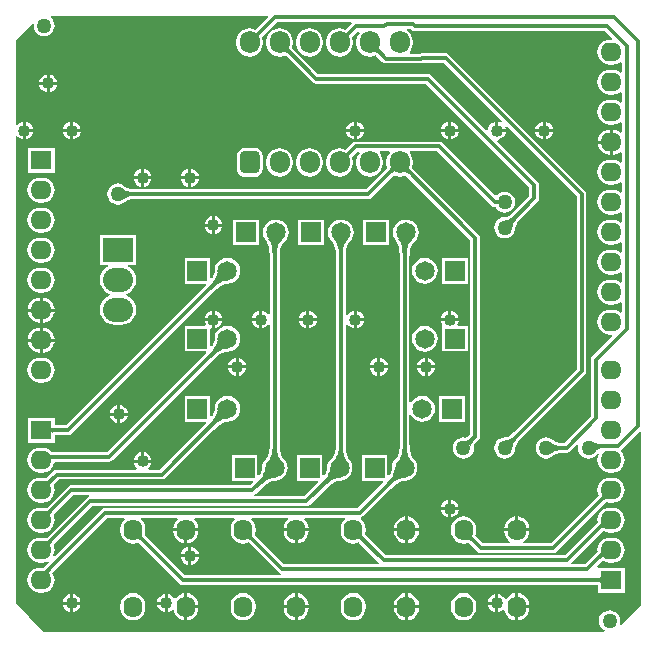
<source format=gbl>
G04*
G04 #@! TF.GenerationSoftware,Altium Limited,Altium Designer,18.1.6 (161)*
G04*
G04 Layer_Physical_Order=2*
G04 Layer_Color=16711680*
%FSTAX24Y24*%
%MOIN*%
G70*
G01*
G75*
%ADD36C,0.0120*%
%ADD39O,0.1000X0.0800*%
%ADD40R,0.1000X0.0800*%
%ADD41R,0.0709X0.0630*%
%ADD42O,0.0709X0.0630*%
%ADD43C,0.0650*%
%ADD44R,0.0650X0.0650*%
%ADD45O,0.0630X0.0709*%
G04:AMPARAMS|DCode=46|XSize=66.9mil|YSize=74.8mil|CornerRadius=16.7mil|HoleSize=0mil|Usage=FLASHONLY|Rotation=0.000|XOffset=0mil|YOffset=0mil|HoleType=Round|Shape=RoundedRectangle|*
%AMROUNDEDRECTD46*
21,1,0.0669,0.0413,0,0,0.0*
21,1,0.0335,0.0748,0,0,0.0*
1,1,0.0335,0.0167,-0.0207*
1,1,0.0335,-0.0167,-0.0207*
1,1,0.0335,-0.0167,0.0207*
1,1,0.0335,0.0167,0.0207*
%
%ADD46ROUNDEDRECTD46*%
%ADD47O,0.0669X0.0748*%
%ADD48C,0.0500*%
%ADD49C,0.0400*%
G36*
X039227Y039445D02*
X039209Y039426D01*
X039194Y039408D01*
X039181Y039391D01*
X039171Y039375D01*
X039163Y03936D01*
X039159Y039346D01*
X039157Y039334D01*
X039158Y039322D01*
X039161Y039311D01*
X039168Y039301D01*
X039014Y039486D01*
X039022Y039478D01*
X039031Y039473D01*
X039042Y039471D01*
X039054Y039472D01*
X039067Y039476D01*
X039081Y039482D01*
X039096Y039492D01*
X039113Y039504D01*
X039131Y039519D01*
X03915Y039537D01*
X039227Y039445D01*
D02*
G37*
G36*
X036227D02*
X036209Y039426D01*
X036194Y039408D01*
X036181Y039391D01*
X036171Y039375D01*
X036163Y03936D01*
X036159Y039346D01*
X036157Y039334D01*
X036158Y039322D01*
X036161Y039311D01*
X036168Y039301D01*
X036014Y039486D01*
X036022Y039478D01*
X036031Y039473D01*
X036042Y039471D01*
X036054Y039472D01*
X036067Y039476D01*
X036081Y039482D01*
X036096Y039492D01*
X036113Y039504D01*
X036131Y039519D01*
X03615Y039537D01*
X036227Y039445D01*
D02*
G37*
G36*
X036472Y040006D02*
X036056Y039589D01*
X03605Y039584D01*
X035966Y039618D01*
X035853Y039633D01*
X035739Y039618D01*
X035634Y039575D01*
X035543Y039505D01*
X035473Y039414D01*
X035429Y039308D01*
X035414Y039195D01*
Y039116D01*
X035429Y039003D01*
X035473Y038897D01*
X035543Y038806D01*
X035634Y038736D01*
X035739Y038693D01*
X035853Y038678D01*
X035966Y038693D01*
X036072Y038736D01*
X036163Y038806D01*
X036232Y038897D01*
X036276Y039003D01*
X036291Y039116D01*
Y039195D01*
X036276Y039308D01*
X036266Y039334D01*
X036273Y039344D01*
X036279Y039351D01*
X03676Y039832D01*
X039228D01*
X039249Y039782D01*
X039056Y039589D01*
X03905Y039584D01*
X038966Y039618D01*
X038853Y039633D01*
X038739Y039618D01*
X038634Y039575D01*
X038543Y039505D01*
X038473Y039414D01*
X038429Y039308D01*
X038414Y039195D01*
Y039116D01*
X038429Y039003D01*
X038473Y038897D01*
X038543Y038806D01*
X038634Y038736D01*
X038739Y038693D01*
X038853Y038678D01*
X038966Y038693D01*
X039072Y038736D01*
X039163Y038806D01*
X039232Y038897D01*
X039276Y039003D01*
X039291Y039116D01*
Y039195D01*
X039276Y039308D01*
X039266Y039334D01*
X039273Y039344D01*
X039279Y039351D01*
X03945Y039522D01*
X0395Y039518D01*
X03952Y039475D01*
X039473Y039414D01*
X039429Y039308D01*
X039414Y039195D01*
Y039116D01*
X039429Y039003D01*
X039473Y038897D01*
X039543Y038806D01*
X039634Y038736D01*
X039739Y038693D01*
X039853Y038678D01*
X039966Y038693D01*
X04005Y038727D01*
X040056Y038722D01*
X040271Y038506D01*
X040324Y038471D01*
X040387Y038458D01*
X041581D01*
X041634Y038469D01*
X042321D01*
X044258Y036532D01*
X044229Y036489D01*
X044173Y036513D01*
X044144Y036516D01*
Y03627D01*
X04439D01*
X044387Y036299D01*
X044363Y036355D01*
X044406Y036384D01*
X046753Y034037D01*
Y028266D01*
X04465Y026164D01*
X044564Y02609D01*
X044526Y026062D01*
X04449Y026038D01*
X044456Y02602D01*
X044427Y026006D01*
X044401Y025998D01*
X044379Y025993D01*
X044362Y025992D01*
X044357Y025993D01*
X044265Y025981D01*
X04418Y025945D01*
X044107Y025889D01*
X044051Y025816D01*
X044016Y025731D01*
X044004Y02564D01*
X044016Y025548D01*
X044051Y025463D01*
X044107Y02539D01*
X04418Y025334D01*
X044265Y025299D01*
X044357Y025287D01*
X044448Y025299D01*
X044533Y025334D01*
X044606Y02539D01*
X044662Y025463D01*
X044698Y025548D01*
X04471Y02564D01*
X044709Y025645D01*
X04471Y025662D01*
X044715Y025684D01*
X044723Y02571D01*
X044737Y025739D01*
X044755Y025773D01*
X044779Y025809D01*
X044807Y025847D01*
X044881Y025933D01*
X047031Y028083D01*
X047066Y028136D01*
X047079Y028199D01*
Y034104D01*
X047066Y034167D01*
X047031Y03422D01*
X042504Y038747D01*
X042451Y038783D01*
X042388Y038795D01*
X041592D01*
X041539Y038785D01*
X041209D01*
X041185Y038835D01*
X041232Y038897D01*
X041276Y039003D01*
X041291Y039116D01*
Y039195D01*
X041276Y039308D01*
X041232Y039414D01*
X041163Y039505D01*
X041088Y039562D01*
X041105Y039612D01*
X041215D01*
X041253Y039574D01*
X041306Y039539D01*
X041369Y039526D01*
X041369Y039526D01*
X047713D01*
X047938Y039301D01*
X047917Y039251D01*
X047865D01*
X047756Y039237D01*
X047655Y039195D01*
X047569Y039129D01*
X047502Y039042D01*
X04746Y038941D01*
X047446Y038833D01*
X04746Y038724D01*
X047502Y038623D01*
X047569Y038537D01*
X047655Y03847D01*
X047756Y038428D01*
X047865Y038414D01*
X047943D01*
X048052Y038428D01*
X048153Y03847D01*
X048205Y038511D01*
X048255Y038486D01*
Y038179D01*
X048205Y038155D01*
X048153Y038195D01*
X048052Y038237D01*
X047943Y038251D01*
X047865D01*
X047756Y038237D01*
X047655Y038195D01*
X047569Y038129D01*
X047502Y038042D01*
X04746Y037941D01*
X047446Y037833D01*
X04746Y037724D01*
X047502Y037623D01*
X047569Y037537D01*
X047655Y03747D01*
X047756Y037428D01*
X047865Y037414D01*
X047943D01*
X048052Y037428D01*
X048153Y03747D01*
X048205Y037511D01*
X048255Y037486D01*
Y037179D01*
X048205Y037155D01*
X048153Y037195D01*
X048052Y037237D01*
X047943Y037251D01*
X047865D01*
X047756Y037237D01*
X047655Y037195D01*
X047569Y037129D01*
X047502Y037042D01*
X04746Y036941D01*
X047446Y036833D01*
X04746Y036724D01*
X047502Y036623D01*
X047569Y036537D01*
X047655Y03647D01*
X047756Y036428D01*
X047865Y036414D01*
X047943D01*
X048052Y036428D01*
X048153Y03647D01*
X048205Y036511D01*
X048255Y036486D01*
Y036179D01*
X048205Y036155D01*
X048153Y036195D01*
X048052Y036237D01*
X047954Y03625D01*
Y035833D01*
Y035416D01*
X048052Y035428D01*
X048153Y03547D01*
X048205Y035511D01*
X048255Y035486D01*
Y035179D01*
X048205Y035155D01*
X048153Y035195D01*
X048052Y035237D01*
X047943Y035251D01*
X047865D01*
X047756Y035237D01*
X047655Y035195D01*
X047569Y035129D01*
X047502Y035042D01*
X04746Y034941D01*
X047446Y034833D01*
X04746Y034724D01*
X047502Y034623D01*
X047569Y034537D01*
X047655Y03447D01*
X047756Y034428D01*
X047865Y034414D01*
X047943D01*
X048052Y034428D01*
X048153Y03447D01*
X048205Y034511D01*
X048255Y034486D01*
Y034179D01*
X048205Y034155D01*
X048153Y034195D01*
X048052Y034237D01*
X047943Y034251D01*
X047865D01*
X047756Y034237D01*
X047655Y034195D01*
X047569Y034129D01*
X047502Y034042D01*
X04746Y033941D01*
X047446Y033833D01*
X04746Y033724D01*
X047502Y033623D01*
X047569Y033537D01*
X047655Y03347D01*
X047756Y033428D01*
X047865Y033414D01*
X047943D01*
X048052Y033428D01*
X048153Y03347D01*
X048205Y033511D01*
X048255Y033486D01*
Y033179D01*
X048205Y033155D01*
X048153Y033195D01*
X048052Y033237D01*
X047943Y033251D01*
X047865D01*
X047756Y033237D01*
X047655Y033195D01*
X047569Y033129D01*
X047502Y033042D01*
X04746Y032941D01*
X047446Y032833D01*
X04746Y032724D01*
X047502Y032623D01*
X047569Y032537D01*
X047655Y03247D01*
X047756Y032428D01*
X047865Y032414D01*
X047943D01*
X048052Y032428D01*
X048153Y03247D01*
X048205Y032511D01*
X048255Y032486D01*
Y032179D01*
X048205Y032155D01*
X048153Y032195D01*
X048052Y032237D01*
X047943Y032251D01*
X047865D01*
X047756Y032237D01*
X047655Y032195D01*
X047569Y032129D01*
X047502Y032042D01*
X04746Y031941D01*
X047446Y031833D01*
X04746Y031724D01*
X047502Y031623D01*
X047569Y031537D01*
X047655Y03147D01*
X047756Y031428D01*
X047865Y031414D01*
X047943D01*
X048052Y031428D01*
X048153Y03147D01*
X048205Y031511D01*
X048255Y031486D01*
Y031179D01*
X048205Y031155D01*
X048153Y031195D01*
X048052Y031237D01*
X047943Y031251D01*
X047865D01*
X047756Y031237D01*
X047655Y031195D01*
X047569Y031129D01*
X047502Y031042D01*
X04746Y030941D01*
X047446Y030833D01*
X04746Y030724D01*
X047502Y030623D01*
X047569Y030537D01*
X047655Y03047D01*
X047756Y030428D01*
X047865Y030414D01*
X047943D01*
X048052Y030428D01*
X048153Y03047D01*
X048205Y030511D01*
X048255Y030486D01*
Y030179D01*
X048205Y030155D01*
X048153Y030195D01*
X048052Y030237D01*
X047943Y030251D01*
X047865D01*
X047756Y030237D01*
X047655Y030195D01*
X047569Y030129D01*
X047502Y030042D01*
X04746Y029941D01*
X047446Y029833D01*
X04746Y029724D01*
X047502Y029623D01*
X047569Y029537D01*
X047655Y02947D01*
X047756Y029428D01*
X047865Y029414D01*
X047928D01*
X047953Y029368D01*
X047274Y02869D01*
X047239Y028637D01*
X047226Y028574D01*
Y027038D01*
X047239Y026975D01*
X047245Y026966D01*
Y026692D01*
X046356Y025803D01*
X046313D01*
X046199Y025812D01*
X046153Y025819D01*
X04611Y025828D01*
X046074Y025838D01*
X046043Y02585D01*
X046019Y025862D01*
X046Y025874D01*
X045987Y025885D01*
X045984Y025889D01*
X045911Y025945D01*
X045826Y025981D01*
X045735Y025993D01*
X045643Y025981D01*
X045558Y025945D01*
X045485Y025889D01*
X045429Y025816D01*
X045394Y025731D01*
X045382Y02564D01*
X045394Y025548D01*
X045429Y025463D01*
X045485Y02539D01*
X045558Y025334D01*
X045643Y025299D01*
X045735Y025287D01*
X045826Y025299D01*
X045911Y025334D01*
X045984Y02539D01*
X045987Y025394D01*
X046Y025405D01*
X046019Y025418D01*
X046043Y02543D01*
X046074Y025442D01*
X04611Y025452D01*
X046153Y025461D01*
X046199Y025468D01*
X046313Y025477D01*
X046424D01*
X046486Y025489D01*
X046539Y025524D01*
X046765Y02575D01*
X046798Y025737D01*
X04681Y025725D01*
X046799Y02564D01*
X046811Y025548D01*
X046846Y025463D01*
X046902Y02539D01*
X046975Y025334D01*
X047061Y025299D01*
X047152Y025287D01*
X047243Y025299D01*
X047328Y025334D01*
X047402Y02539D01*
X047458Y025463D01*
X047501Y025441D01*
X04746Y025343D01*
X047446Y025234D01*
X04746Y025126D01*
X047502Y025025D01*
X047569Y024938D01*
X047655Y024872D01*
X047756Y02483D01*
X047865Y024816D01*
X047943D01*
X048052Y02483D01*
X048153Y024872D01*
X048239Y024938D01*
X048306Y025025D01*
X048348Y025126D01*
X048362Y025234D01*
X048348Y025343D01*
X048306Y025444D01*
X048242Y025527D01*
X048235Y025542D01*
X048237Y025583D01*
X048252Y025594D01*
X048856Y026198D01*
X048903Y026179D01*
Y020422D01*
X04823Y01975D01*
X048188Y019778D01*
X048193Y01979D01*
X048205Y019881D01*
X048193Y019972D01*
X048157Y020058D01*
X048101Y020131D01*
X048028Y020187D01*
X047943Y020222D01*
X047852Y020234D01*
X04776Y020222D01*
X047675Y020187D01*
X047602Y020131D01*
X047546Y020058D01*
X047511Y019972D01*
X047499Y019881D01*
X047511Y01979D01*
X047546Y019705D01*
X047602Y019631D01*
X047675Y019575D01*
X047684Y019571D01*
X047675Y019521D01*
X028979Y019519D01*
X028053Y020466D01*
Y036028D01*
X028103Y036045D01*
X028132Y036007D01*
X028195Y035958D01*
X028268Y035928D01*
X028296Y035924D01*
Y03622D01*
Y036516D01*
X028268Y036513D01*
X028195Y036483D01*
X028132Y036434D01*
X028103Y036396D01*
X028053Y036413D01*
Y039225D01*
X028608Y03978D01*
X028655Y039757D01*
X028649Y039715D01*
X028661Y039623D01*
X028697Y039538D01*
X028753Y039465D01*
X028826Y039409D01*
X028911Y039374D01*
X029002Y039362D01*
X029094Y039374D01*
X029179Y039409D01*
X029252Y039465D01*
X029308Y039538D01*
X029343Y039623D01*
X029355Y039715D01*
X029343Y039806D01*
X029308Y039891D01*
X029252Y039964D01*
X029203Y040002D01*
X02922Y040052D01*
X036453D01*
X036472Y040006D01*
D02*
G37*
G36*
X040161Y039D02*
X040158Y038989D01*
X040157Y038977D01*
X040159Y038965D01*
X040163Y038951D01*
X040171Y038936D01*
X040181Y03892D01*
X040194Y038903D01*
X040209Y038885D01*
X040227Y038866D01*
X04015Y038774D01*
X040131Y038792D01*
X040113Y038807D01*
X040096Y038819D01*
X040081Y038829D01*
X040067Y038835D01*
X040054Y038839D01*
X040042Y03884D01*
X040031Y038838D01*
X040022Y038833D01*
X040014Y038825D01*
X040168Y03901D01*
X040161Y039D01*
D02*
G37*
G36*
X044854Y026052D02*
X044806Y026003D01*
X044727Y025911D01*
X044695Y025867D01*
X044668Y025825D01*
X044645Y025785D01*
X044628Y025747D01*
X044616Y02571D01*
X044609Y025675D01*
X044607Y025642D01*
X044359Y02589D01*
X044392Y025892D01*
X044427Y025899D01*
X044464Y025911D01*
X044502Y025928D01*
X044542Y025951D01*
X044584Y025978D01*
X044627Y02601D01*
X04472Y026089D01*
X044769Y026137D01*
X044854Y026052D01*
D02*
G37*
G36*
X047319Y02583D02*
X047349Y025818D01*
X047383Y025806D01*
X047422Y025796D01*
X047467Y025788D01*
X047571Y025776D01*
X047696Y02577D01*
X047766Y025769D01*
X047802Y025649D01*
X047733Y025648D01*
X047612Y025638D01*
X04756Y025629D01*
X047514Y025617D01*
X047474Y025603D01*
X04744Y025587D01*
X047411Y025567D01*
X047389Y025546D01*
X047372Y025521D01*
X047295Y025845D01*
X047319Y02583D01*
D02*
G37*
G36*
X045938Y025793D02*
X045968Y025773D01*
X046002Y025756D01*
X046042Y025741D01*
X046086Y025729D01*
X046134Y025718D01*
X046188Y02571D01*
X046309Y025701D01*
X046377Y0257D01*
Y02558D01*
X046309Y025579D01*
X046188Y025569D01*
X046134Y025561D01*
X046086Y025551D01*
X046042Y025538D01*
X046002Y025523D01*
X045968Y025506D01*
X045938Y025487D01*
X045913Y025465D01*
Y025815D01*
X045938Y025793D01*
D02*
G37*
%LPC*%
G36*
X037853Y039633D02*
X037739Y039618D01*
X037634Y039575D01*
X037543Y039505D01*
X037473Y039414D01*
X037429Y039308D01*
X037414Y039195D01*
Y039116D01*
X037429Y039003D01*
X037473Y038897D01*
X037543Y038806D01*
X037634Y038736D01*
X037739Y038693D01*
X037853Y038678D01*
X037966Y038693D01*
X038072Y038736D01*
X038163Y038806D01*
X038232Y038897D01*
X038276Y039003D01*
X038291Y039116D01*
Y039195D01*
X038276Y039308D01*
X038232Y039414D01*
X038163Y039505D01*
X038072Y039575D01*
X037966Y039618D01*
X037853Y039633D01*
D02*
G37*
G36*
X029184Y038091D02*
Y037845D01*
X02943D01*
X029426Y037874D01*
X029396Y037947D01*
X029348Y038009D01*
X029285Y038057D01*
X029212Y038088D01*
X029184Y038091D01*
D02*
G37*
G36*
X029084D02*
X029056Y038088D01*
X028983Y038057D01*
X02892Y038009D01*
X028872Y037947D01*
X028842Y037874D01*
X028838Y037845D01*
X029084D01*
Y038091D01*
D02*
G37*
G36*
X02943Y037745D02*
X029184D01*
Y037499D01*
X029212Y037503D01*
X029285Y037533D01*
X029348Y037581D01*
X029396Y037644D01*
X029426Y037717D01*
X02943Y037745D01*
D02*
G37*
G36*
X029084D02*
X028838D01*
X028842Y037717D01*
X028872Y037644D01*
X02892Y037581D01*
X028983Y037533D01*
X029056Y037503D01*
X029084Y037499D01*
Y037745D01*
D02*
G37*
G36*
X045719Y036516D02*
Y03627D01*
X045965D01*
X045962Y036299D01*
X045931Y036372D01*
X045883Y036434D01*
X045821Y036483D01*
X045748Y036513D01*
X045719Y036516D01*
D02*
G37*
G36*
X045619D02*
X045591Y036513D01*
X045518Y036483D01*
X045455Y036434D01*
X045407Y036372D01*
X045377Y036299D01*
X045373Y03627D01*
X045619D01*
Y036516D01*
D02*
G37*
G36*
X04257D02*
Y03627D01*
X042816D01*
X042812Y036299D01*
X042782Y036372D01*
X042734Y036434D01*
X042671Y036483D01*
X042598Y036513D01*
X04257Y036516D01*
D02*
G37*
G36*
X04247D02*
X042441Y036513D01*
X042368Y036483D01*
X042306Y036434D01*
X042258Y036372D01*
X042227Y036299D01*
X042224Y03627D01*
X04247D01*
Y036516D01*
D02*
G37*
G36*
X03942D02*
Y03627D01*
X039666D01*
X039662Y036299D01*
X039632Y036372D01*
X039584Y036434D01*
X039521Y036483D01*
X039448Y036513D01*
X03942Y036516D01*
D02*
G37*
G36*
X03932D02*
X039292Y036513D01*
X039219Y036483D01*
X039156Y036434D01*
X039108Y036372D01*
X039078Y036299D01*
X039074Y03627D01*
X03932D01*
Y036516D01*
D02*
G37*
G36*
X029971D02*
Y03627D01*
X030217D01*
X030214Y036299D01*
X030183Y036372D01*
X030135Y036434D01*
X030073Y036483D01*
X03Y036513D01*
X029971Y036516D01*
D02*
G37*
G36*
X029871D02*
X029843Y036513D01*
X02977Y036483D01*
X029707Y036434D01*
X029659Y036372D01*
X029629Y036299D01*
X029625Y03627D01*
X029871D01*
Y036516D01*
D02*
G37*
G36*
X028396D02*
Y03627D01*
X028642D01*
X028639Y036299D01*
X028609Y036372D01*
X02856Y036434D01*
X028498Y036483D01*
X028425Y036513D01*
X028396Y036516D01*
D02*
G37*
G36*
X045965Y03617D02*
X045719D01*
Y035924D01*
X045748Y035928D01*
X045821Y035958D01*
X045883Y036007D01*
X045931Y036069D01*
X045962Y036142D01*
X045965Y03617D01*
D02*
G37*
G36*
X045619D02*
X045373D01*
X045377Y036142D01*
X045407Y036069D01*
X045455Y036007D01*
X045518Y035958D01*
X045591Y035928D01*
X045619Y035924D01*
Y03617D01*
D02*
G37*
G36*
X042816D02*
X04257D01*
Y035924D01*
X042598Y035928D01*
X042671Y035958D01*
X042734Y036007D01*
X042782Y036069D01*
X042812Y036142D01*
X042816Y03617D01*
D02*
G37*
G36*
X04247D02*
X042224D01*
X042227Y036142D01*
X042258Y036069D01*
X042306Y036007D01*
X042368Y035958D01*
X042441Y035928D01*
X04247Y035924D01*
Y03617D01*
D02*
G37*
G36*
X039666D02*
X03942D01*
Y035924D01*
X039448Y035928D01*
X039521Y035958D01*
X039584Y036007D01*
X039632Y036069D01*
X039662Y036142D01*
X039666Y03617D01*
D02*
G37*
G36*
X03932D02*
X039074D01*
X039078Y036142D01*
X039108Y036069D01*
X039156Y036007D01*
X039219Y035958D01*
X039292Y035928D01*
X03932Y035924D01*
Y03617D01*
D02*
G37*
G36*
X030217D02*
X029971D01*
Y035924D01*
X03Y035928D01*
X030073Y035958D01*
X030135Y036007D01*
X030183Y036069D01*
X030214Y036142D01*
X030217Y03617D01*
D02*
G37*
G36*
X029871D02*
X029625D01*
X029629Y036142D01*
X029659Y036069D01*
X029707Y036007D01*
X02977Y035958D01*
X029843Y035928D01*
X029871Y035924D01*
Y03617D01*
D02*
G37*
G36*
X028642D02*
X028396D01*
Y035924D01*
X028425Y035928D01*
X028498Y035958D01*
X02856Y036007D01*
X028609Y036069D01*
X028639Y036142D01*
X028642Y03617D01*
D02*
G37*
G36*
X047854Y03625D02*
X047756Y036237D01*
X047655Y036195D01*
X047569Y036129D01*
X047502Y036042D01*
X04746Y035941D01*
X047453Y035883D01*
X047854D01*
Y03625D01*
D02*
G37*
G36*
X042181Y035853D02*
X039387D01*
X039324Y03584D01*
X039271Y035805D01*
X039056Y035589D01*
X03905Y035584D01*
X038966Y035618D01*
X038853Y035633D01*
X038739Y035618D01*
X038634Y035575D01*
X038543Y035505D01*
X038473Y035414D01*
X038429Y035308D01*
X038414Y035195D01*
Y035116D01*
X038429Y035003D01*
X038473Y034897D01*
X038543Y034806D01*
X038634Y034736D01*
X038739Y034693D01*
X038853Y034678D01*
X038966Y034693D01*
X039072Y034736D01*
X039163Y034806D01*
X039232Y034897D01*
X039276Y035003D01*
X039291Y035116D01*
Y035195D01*
X039276Y035308D01*
X039266Y035334D01*
X039273Y035344D01*
X039279Y035351D01*
X03945Y035522D01*
X0395Y035518D01*
X03952Y035475D01*
X039473Y035414D01*
X039429Y035308D01*
X039414Y035195D01*
Y035116D01*
X039429Y035003D01*
X039473Y034897D01*
X039543Y034806D01*
X039634Y034736D01*
X039739Y034693D01*
X039853Y034678D01*
X039966Y034693D01*
X040072Y034736D01*
X040163Y034806D01*
X040232Y034897D01*
X040276Y035003D01*
X040291Y035116D01*
Y035195D01*
X040276Y035308D01*
X040232Y035414D01*
X040185Y035476D01*
X040209Y035526D01*
X040496D01*
X040521Y035476D01*
X040473Y035414D01*
X040429Y035308D01*
X040414Y035195D01*
Y035116D01*
X040429Y035003D01*
X04044Y034977D01*
X040432Y034967D01*
X040427Y03496D01*
X039734Y034267D01*
X032041D01*
X031928Y034276D01*
X031881Y034283D01*
X031839Y034292D01*
X031802Y034303D01*
X031772Y034314D01*
X031747Y034326D01*
X031728Y034339D01*
X031716Y03435D01*
X031713Y034354D01*
X031639Y03441D01*
X031554Y034445D01*
X031463Y034457D01*
X031372Y034445D01*
X031286Y03441D01*
X031213Y034354D01*
X031157Y034281D01*
X031122Y034196D01*
X03111Y034104D01*
X031122Y034013D01*
X031157Y033928D01*
X031213Y033855D01*
X031286Y033799D01*
X031372Y033763D01*
X031463Y033751D01*
X031554Y033763D01*
X031639Y033799D01*
X031713Y033855D01*
X031716Y033859D01*
X031728Y03387D01*
X031747Y033882D01*
X031772Y033895D01*
X031802Y033906D01*
X031839Y033917D01*
X031881Y033926D01*
X031928Y033933D01*
X032041Y033941D01*
X039802D01*
X039864Y033954D01*
X039917Y033989D01*
X04065Y034722D01*
X040656Y034727D01*
X040739Y034693D01*
X040853Y034678D01*
X040966Y034693D01*
X04105Y034727D01*
X041056Y034722D01*
X043209Y032568D01*
Y026102D01*
X043149Y026048D01*
X043121Y026026D01*
X043095Y026008D01*
X043074Y025995D01*
X043058Y025988D01*
X043049Y025985D01*
X043048Y025985D01*
X043041Y025985D01*
X043038Y025985D01*
X043035Y025985D01*
X043033Y025986D01*
X043033Y025986D01*
X042979Y025993D01*
X042887Y025981D01*
X042802Y025945D01*
X042729Y025889D01*
X042673Y025816D01*
X042638Y025731D01*
X042626Y02564D01*
X042638Y025548D01*
X042673Y025463D01*
X042729Y02539D01*
X042802Y025334D01*
X042887Y025299D01*
X042979Y025287D01*
X04307Y025299D01*
X043155Y025334D01*
X043228Y02539D01*
X043284Y025463D01*
X04332Y025548D01*
X043332Y02564D01*
X043325Y025694D01*
X043325Y025694D01*
X043324Y025696D01*
X043324Y025699D01*
X043324Y025702D01*
X043324Y025709D01*
X043324Y02571D01*
X043327Y025719D01*
X043334Y025735D01*
X043347Y025756D01*
X043364Y02578D01*
X043446Y025877D01*
X043488Y025918D01*
X043523Y025971D01*
X043536Y026033D01*
Y032636D01*
X043523Y032698D01*
X043488Y032751D01*
X041279Y03496D01*
X041273Y034967D01*
X041266Y034977D01*
X041276Y035003D01*
X041291Y035116D01*
Y035195D01*
X041276Y035308D01*
X041232Y035414D01*
X041185Y035476D01*
X041209Y035526D01*
X042113D01*
X043922Y033717D01*
X043975Y033682D01*
X044038Y03367D01*
X044045D01*
X044051Y033656D01*
X044107Y033583D01*
X04418Y033527D01*
X044265Y033492D01*
X044357Y03348D01*
X044448Y033492D01*
X044533Y033527D01*
X044606Y033583D01*
X044662Y033656D01*
X044698Y033741D01*
X04471Y033833D01*
X044698Y033924D01*
X044662Y034009D01*
X044606Y034082D01*
X044533Y034138D01*
X044448Y034174D01*
X044357Y034186D01*
X044265Y034174D01*
X04418Y034138D01*
X044107Y034082D01*
X044092Y034062D01*
X044042Y034059D01*
X042296Y035805D01*
X042243Y03584D01*
X042181Y035853D01*
D02*
G37*
G36*
X047854Y035783D02*
X047453D01*
X04746Y035724D01*
X047502Y035623D01*
X047569Y035537D01*
X047655Y03547D01*
X047756Y035428D01*
X047854Y035416D01*
Y035783D01*
D02*
G37*
G36*
X029358Y035649D02*
X02845D01*
Y034819D01*
X029358D01*
Y035649D01*
D02*
G37*
G36*
X033908Y034942D02*
Y034696D01*
X034154D01*
X034151Y034724D01*
X03412Y034797D01*
X034072Y03486D01*
X03401Y034908D01*
X033937Y034938D01*
X033908Y034942D01*
D02*
G37*
G36*
X033808D02*
X03378Y034938D01*
X033707Y034908D01*
X033644Y03486D01*
X033596Y034797D01*
X033566Y034724D01*
X033562Y034696D01*
X033808D01*
Y034942D01*
D02*
G37*
G36*
X032333D02*
Y034696D01*
X032579D01*
X032576Y034724D01*
X032546Y034797D01*
X032497Y03486D01*
X032435Y034908D01*
X032362Y034938D01*
X032333Y034942D01*
D02*
G37*
G36*
X032233D02*
X032205Y034938D01*
X032132Y034908D01*
X032069Y03486D01*
X032021Y034797D01*
X031991Y034724D01*
X031987Y034696D01*
X032233D01*
Y034942D01*
D02*
G37*
G36*
X03602Y035632D02*
X035685D01*
X035616Y035623D01*
X035551Y035596D01*
X035495Y035553D01*
X035452Y035497D01*
X035425Y035432D01*
X035416Y035362D01*
Y034949D01*
X035425Y034879D01*
X035452Y034814D01*
X035495Y034758D01*
X035551Y034715D01*
X035616Y034688D01*
X035685Y034679D01*
X03602D01*
X03609Y034688D01*
X036155Y034715D01*
X036211Y034758D01*
X036254Y034814D01*
X036281Y034879D01*
X03629Y034949D01*
Y035362D01*
X036281Y035432D01*
X036254Y035497D01*
X036211Y035553D01*
X036155Y035596D01*
X03609Y035623D01*
X03602Y035632D01*
D02*
G37*
G36*
X037853Y035633D02*
X037739Y035618D01*
X037634Y035575D01*
X037543Y035505D01*
X037473Y035414D01*
X037429Y035308D01*
X037414Y035195D01*
Y035116D01*
X037429Y035003D01*
X037473Y034897D01*
X037543Y034806D01*
X037634Y034736D01*
X037739Y034693D01*
X037853Y034678D01*
X037966Y034693D01*
X038072Y034736D01*
X038163Y034806D01*
X038232Y034897D01*
X038276Y035003D01*
X038291Y035116D01*
Y035195D01*
X038276Y035308D01*
X038232Y035414D01*
X038163Y035505D01*
X038072Y035575D01*
X037966Y035618D01*
X037853Y035633D01*
D02*
G37*
G36*
X036853D02*
X036739Y035618D01*
X036634Y035575D01*
X036543Y035505D01*
X036473Y035414D01*
X036429Y035308D01*
X036414Y035195D01*
Y035116D01*
X036429Y035003D01*
X036473Y034897D01*
X036543Y034806D01*
X036634Y034736D01*
X036739Y034693D01*
X036853Y034678D01*
X036966Y034693D01*
X037072Y034736D01*
X037163Y034806D01*
X037232Y034897D01*
X037276Y035003D01*
X037291Y035116D01*
Y035195D01*
X037276Y035308D01*
X037232Y035414D01*
X037163Y035505D01*
X037072Y035575D01*
X036966Y035618D01*
X036853Y035633D01*
D02*
G37*
G36*
X034154Y034596D02*
X033908D01*
Y03435D01*
X033937Y034353D01*
X03401Y034384D01*
X034072Y034432D01*
X03412Y034494D01*
X034151Y034567D01*
X034154Y034596D01*
D02*
G37*
G36*
X033808D02*
X033562D01*
X033566Y034567D01*
X033596Y034494D01*
X033644Y034432D01*
X033707Y034384D01*
X03378Y034353D01*
X033808Y03435D01*
Y034596D01*
D02*
G37*
G36*
X032579D02*
X032333D01*
Y03435D01*
X032362Y034353D01*
X032435Y034384D01*
X032497Y034432D01*
X032546Y034494D01*
X032576Y034567D01*
X032579Y034596D01*
D02*
G37*
G36*
X032233D02*
X031987D01*
X031991Y034567D01*
X032021Y034494D01*
X032069Y034432D01*
X032132Y034384D01*
X032205Y034353D01*
X032233Y03435D01*
Y034596D01*
D02*
G37*
G36*
X028943Y034653D02*
X028865D01*
X028756Y034639D01*
X028655Y034597D01*
X028569Y03453D01*
X028502Y034444D01*
X02846Y034343D01*
X028446Y034234D01*
X02846Y034126D01*
X028502Y034025D01*
X028569Y033938D01*
X028655Y033872D01*
X028756Y03383D01*
X028865Y033816D01*
X028943D01*
X029052Y03383D01*
X029153Y033872D01*
X029239Y033938D01*
X029306Y034025D01*
X029348Y034126D01*
X029362Y034234D01*
X029348Y034343D01*
X029306Y034444D01*
X029239Y03453D01*
X029153Y034597D01*
X029052Y034639D01*
X028943Y034653D01*
D02*
G37*
G36*
X036853Y039633D02*
X036739Y039618D01*
X036634Y039575D01*
X036543Y039505D01*
X036473Y039414D01*
X036429Y039308D01*
X036414Y039195D01*
Y039116D01*
X036429Y039003D01*
X036473Y038897D01*
X036543Y038806D01*
X036634Y038736D01*
X036739Y038693D01*
X036853Y038678D01*
X036966Y038693D01*
X03705Y038727D01*
X037056Y038722D01*
X03795Y037828D01*
X038003Y037792D01*
X038065Y03778D01*
X038065Y03778D01*
X04173D01*
X045178Y034332D01*
Y034034D01*
X04465Y033507D01*
X044564Y033432D01*
X044526Y033404D01*
X04449Y033381D01*
X044456Y033362D01*
X044427Y033349D01*
X044401Y03334D01*
X044379Y033336D01*
X044362Y033335D01*
X044357Y033335D01*
X044265Y033323D01*
X04418Y033288D01*
X044107Y033232D01*
X044051Y033159D01*
X044016Y033074D01*
X044004Y032982D01*
X044016Y032891D01*
X044051Y032806D01*
X044107Y032733D01*
X04418Y032677D01*
X044265Y032641D01*
X044357Y032629D01*
X044448Y032641D01*
X044533Y032677D01*
X044606Y032733D01*
X044662Y032806D01*
X044698Y032891D01*
X04471Y032982D01*
X044709Y032987D01*
X04471Y033004D01*
X044715Y033026D01*
X044723Y033052D01*
X044737Y033082D01*
X044755Y033115D01*
X044779Y033151D01*
X044807Y033189D01*
X044881Y033276D01*
X045456Y033851D01*
X045492Y033904D01*
X045504Y033967D01*
X045504Y033967D01*
Y0344D01*
X045492Y034462D01*
X045456Y034515D01*
X044103Y035869D01*
X044121Y035921D01*
X044173Y035928D01*
X044246Y035958D01*
X044308Y036007D01*
X044357Y036069D01*
X044387Y036142D01*
X04439Y03617D01*
X044094D01*
Y03622D01*
X044044D01*
Y036516D01*
X044016Y036513D01*
X043943Y036483D01*
X043881Y036434D01*
X043832Y036372D01*
X043802Y036299D01*
X043795Y036247D01*
X043743Y036229D01*
X041913Y038058D01*
X04186Y038094D01*
X041798Y038106D01*
X038133D01*
X037279Y03896D01*
X037273Y038967D01*
X037266Y038977D01*
X037276Y039003D01*
X037291Y039116D01*
Y039195D01*
X037276Y039308D01*
X037232Y039414D01*
X037163Y039505D01*
X037072Y039575D01*
X036966Y039618D01*
X036853Y039633D01*
D02*
G37*
G36*
X034696Y033367D02*
Y033121D01*
X034942D01*
X034938Y033149D01*
X034908Y033222D01*
X03486Y033285D01*
X034797Y033333D01*
X034724Y033363D01*
X034696Y033367D01*
D02*
G37*
G36*
X034596D02*
X034567Y033363D01*
X034494Y033333D01*
X034432Y033285D01*
X034384Y033222D01*
X034353Y033149D01*
X03435Y033121D01*
X034596D01*
Y033367D01*
D02*
G37*
G36*
X028943Y033653D02*
X028865D01*
X028756Y033639D01*
X028655Y033597D01*
X028569Y03353D01*
X028502Y033444D01*
X02846Y033343D01*
X028446Y033234D01*
X02846Y033126D01*
X028502Y033025D01*
X028569Y032938D01*
X028655Y032872D01*
X028756Y03283D01*
X028865Y032816D01*
X028943D01*
X029052Y03283D01*
X029153Y032872D01*
X029239Y032938D01*
X029306Y033025D01*
X029348Y033126D01*
X029362Y033234D01*
X029348Y033343D01*
X029306Y033444D01*
X029239Y03353D01*
X029153Y033597D01*
X029052Y033639D01*
X028943Y033653D01*
D02*
G37*
G36*
X034942Y033021D02*
X034696D01*
Y032775D01*
X034724Y032779D01*
X034797Y032809D01*
X03486Y032857D01*
X034908Y03292D01*
X034938Y032993D01*
X034942Y033021D01*
D02*
G37*
G36*
X034596D02*
X03435D01*
X034353Y032993D01*
X034384Y03292D01*
X034432Y032857D01*
X034494Y032809D01*
X034567Y032779D01*
X034596Y032775D01*
Y033021D01*
D02*
G37*
G36*
X040482Y03325D02*
X039632D01*
Y0324D01*
X040482D01*
Y03325D01*
D02*
G37*
G36*
X038317D02*
X037467D01*
Y0324D01*
X038317D01*
Y03325D01*
D02*
G37*
G36*
X036152D02*
X035302D01*
Y0324D01*
X036152D01*
Y03325D01*
D02*
G37*
G36*
X028943Y032653D02*
X028865D01*
X028756Y032639D01*
X028655Y032597D01*
X028569Y03253D01*
X028502Y032444D01*
X02846Y032343D01*
X028446Y032234D01*
X02846Y032126D01*
X028502Y032025D01*
X028569Y031938D01*
X028655Y031872D01*
X028756Y03183D01*
X028865Y031816D01*
X028943D01*
X029052Y03183D01*
X029153Y031872D01*
X029239Y031938D01*
X029306Y032025D01*
X029348Y032126D01*
X029362Y032234D01*
X029348Y032343D01*
X029306Y032444D01*
X029239Y03253D01*
X029153Y032597D01*
X029052Y032639D01*
X028943Y032653D01*
D02*
G37*
G36*
X035113Y031974D02*
X035002Y031959D01*
X034898Y031917D01*
X034809Y031848D01*
X034741Y03176D01*
X034699Y031656D01*
X034684Y031545D01*
X034685Y031536D01*
X034683Y031506D01*
X034677Y031469D01*
X034664Y031428D01*
X034646Y031385D01*
X034622Y031338D01*
X034592Y031289D01*
X034588Y031283D01*
X034538Y031299D01*
Y03197D01*
X033688D01*
Y03112D01*
X034386D01*
X034407Y03107D01*
X029734Y026397D01*
X029358D01*
Y026649D01*
X02845D01*
Y025819D01*
X029358D01*
Y026071D01*
X029802D01*
X029864Y026084D01*
X029917Y026119D01*
X034654Y030856D01*
X03475Y030945D01*
X034804Y030987D01*
X034856Y031024D01*
X034905Y031055D01*
X034952Y031079D01*
X034996Y031097D01*
X035036Y031109D01*
X035074Y031116D01*
X035103Y031118D01*
X035113Y031117D01*
X035224Y031131D01*
X035327Y031174D01*
X035416Y031242D01*
X035484Y031331D01*
X035527Y031434D01*
X035541Y031545D01*
X035527Y031656D01*
X035484Y03176D01*
X035416Y031848D01*
X035327Y031917D01*
X035224Y031959D01*
X035113Y031974D01*
D02*
G37*
G36*
X043116Y03197D02*
X042266D01*
Y03112D01*
X043116D01*
Y03197D01*
D02*
G37*
G36*
X041691Y031974D02*
X04158Y031959D01*
X041477Y031917D01*
X041388Y031848D01*
X04132Y03176D01*
X041277Y031656D01*
X041263Y031545D01*
X041277Y031434D01*
X04132Y031331D01*
X041388Y031242D01*
X041477Y031174D01*
X04158Y031131D01*
X041691Y031117D01*
X041802Y031131D01*
X041906Y031174D01*
X041994Y031242D01*
X042063Y031331D01*
X042105Y031434D01*
X04212Y031545D01*
X042105Y031656D01*
X042063Y03176D01*
X041994Y031848D01*
X041906Y031917D01*
X041802Y031959D01*
X041691Y031974D01*
D02*
G37*
G36*
X028943Y031653D02*
X028865D01*
X028756Y031639D01*
X028655Y031597D01*
X028569Y03153D01*
X028502Y031444D01*
X02846Y031343D01*
X028446Y031234D01*
X02846Y031126D01*
X028502Y031025D01*
X028569Y030938D01*
X028655Y030872D01*
X028756Y03083D01*
X028865Y030816D01*
X028943D01*
X029052Y03083D01*
X029153Y030872D01*
X029239Y030938D01*
X029306Y031025D01*
X029348Y031126D01*
X029362Y031234D01*
X029348Y031343D01*
X029306Y031444D01*
X029239Y03153D01*
X029153Y031597D01*
X029052Y031639D01*
X028943Y031653D01*
D02*
G37*
G36*
X028954Y030651D02*
Y030284D01*
X029355D01*
X029348Y030343D01*
X029306Y030444D01*
X029239Y03053D01*
X029153Y030597D01*
X029052Y030639D01*
X028954Y030651D01*
D02*
G37*
G36*
X028854D02*
X028756Y030639D01*
X028655Y030597D01*
X028569Y03053D01*
X028502Y030444D01*
X02846Y030343D01*
X028453Y030284D01*
X028854D01*
Y030651D01*
D02*
G37*
G36*
X04257Y030217D02*
Y029971D01*
X042816D01*
X042812Y03D01*
X042782Y030073D01*
X042734Y030135D01*
X042671Y030183D01*
X042598Y030214D01*
X04257Y030217D01*
D02*
G37*
G36*
X04247D02*
X042441Y030214D01*
X042368Y030183D01*
X042306Y030135D01*
X042258Y030073D01*
X042227Y03D01*
X042224Y029971D01*
X04247D01*
Y030217D01*
D02*
G37*
G36*
X03942D02*
Y029971D01*
X039666D01*
X039662Y03D01*
X039632Y030073D01*
X039584Y030135D01*
X039521Y030183D01*
X039448Y030214D01*
X03942Y030217D01*
D02*
G37*
G36*
X037845D02*
Y029971D01*
X038091D01*
X038088Y03D01*
X038057Y030073D01*
X038009Y030135D01*
X037947Y030183D01*
X037874Y030214D01*
X037845Y030217D01*
D02*
G37*
G36*
X037745D02*
X037717Y030214D01*
X037644Y030183D01*
X037581Y030135D01*
X037533Y030073D01*
X037503Y03D01*
X037499Y029971D01*
X037745D01*
Y030217D01*
D02*
G37*
G36*
X03617D02*
X036142Y030214D01*
X036069Y030183D01*
X036007Y030135D01*
X035958Y030073D01*
X035928Y03D01*
X035924Y029971D01*
X03617D01*
Y030217D01*
D02*
G37*
G36*
X034696D02*
Y029971D01*
X034942D01*
X034938Y03D01*
X034908Y030073D01*
X03486Y030135D01*
X034797Y030183D01*
X034724Y030214D01*
X034696Y030217D01*
D02*
G37*
G36*
X034596D02*
X034567Y030214D01*
X034494Y030183D01*
X034432Y030135D01*
X034384Y030073D01*
X034353Y03D01*
X03435Y029971D01*
X034596D01*
Y030217D01*
D02*
G37*
G36*
X029355Y030184D02*
X028954D01*
Y029817D01*
X029052Y02983D01*
X029153Y029872D01*
X029239Y029938D01*
X029306Y030025D01*
X029348Y030126D01*
X029355Y030184D01*
D02*
G37*
G36*
X028854D02*
X028453D01*
X02846Y030126D01*
X028502Y030025D01*
X028569Y029938D01*
X028655Y029872D01*
X028756Y02983D01*
X028854Y029817D01*
Y030184D01*
D02*
G37*
G36*
X032063Y03275D02*
X030863D01*
Y03175D01*
X031133D01*
X031143Y0317D01*
X031111Y031687D01*
X031006Y031607D01*
X030926Y031502D01*
X030876Y031381D01*
X030859Y03125D01*
X030876Y031119D01*
X030926Y030998D01*
X031006Y030893D01*
X031111Y030813D01*
X031198Y030777D01*
Y030723D01*
X031111Y030687D01*
X031006Y030607D01*
X030926Y030502D01*
X030876Y030381D01*
X030859Y03025D01*
X030876Y030119D01*
X030926Y029998D01*
X031006Y029893D01*
X031111Y029813D01*
X031232Y029763D01*
X031363Y029746D01*
X031563D01*
X031694Y029763D01*
X031815Y029813D01*
X03192Y029893D01*
X032Y029998D01*
X03205Y030119D01*
X032067Y03025D01*
X03205Y030381D01*
X032Y030502D01*
X03192Y030607D01*
X031815Y030687D01*
X031728Y030723D01*
Y030777D01*
X031815Y030813D01*
X03192Y030893D01*
X032Y030998D01*
X03205Y031119D01*
X032067Y03125D01*
X03205Y031381D01*
X032Y031502D01*
X03192Y031607D01*
X031815Y031687D01*
X031783Y0317D01*
X031793Y03175D01*
X032063D01*
Y03275D01*
D02*
G37*
G36*
X039666Y029871D02*
X03942D01*
Y029625D01*
X039448Y029629D01*
X039521Y029659D01*
X039584Y029707D01*
X039632Y02977D01*
X039662Y029843D01*
X039666Y029871D01*
D02*
G37*
G36*
X041057Y033253D02*
X040947Y033239D01*
X040843Y033196D01*
X040754Y033128D01*
X040686Y033039D01*
X040643Y032936D01*
X040629Y032825D01*
X040643Y032714D01*
X040686Y03261D01*
X040717Y03257D01*
X040721Y032563D01*
X040747Y032526D01*
X040768Y032488D01*
X040788Y032446D01*
X040805Y032398D01*
X04082Y032344D01*
X040833Y032285D01*
X040843Y032222D01*
X040855Y032075D01*
X040855Y032058D01*
Y025787D01*
X04085Y025655D01*
X040842Y025587D01*
X040831Y025524D01*
X040818Y025468D01*
X040802Y025418D01*
X040784Y025374D01*
X040764Y025337D01*
X040742Y025305D01*
X040722Y025283D01*
X040715Y025278D01*
X040647Y025189D01*
X040604Y025085D01*
X040589Y024974D01*
X040591Y024965D01*
X040589Y024936D01*
X040582Y024898D01*
X04057Y024858D01*
X040552Y024814D01*
X040528Y024767D01*
X040497Y024718D01*
X040493Y024712D01*
X040443Y024728D01*
Y025399D01*
X039593D01*
Y024549D01*
X040292D01*
X040312Y024499D01*
X039451Y023638D01*
X031046D01*
X030983Y023625D01*
X03093Y02359D01*
X029356Y022015D01*
X029314Y022044D01*
X029348Y022126D01*
X029362Y022234D01*
X029348Y022343D01*
X029317Y022416D01*
X029318Y022416D01*
X029323Y022423D01*
X030605Y023705D01*
X037746D01*
X037809Y023717D01*
X037862Y023753D01*
X038394Y024285D01*
X03849Y024374D01*
X038544Y024417D01*
X038596Y024454D01*
X038646Y024484D01*
X038692Y024508D01*
X038736Y024526D01*
X038776Y024538D01*
X038814Y024545D01*
X038843Y024547D01*
X038853Y024546D01*
X038964Y02456D01*
X039067Y024603D01*
X039156Y024671D01*
X039224Y02476D01*
X039267Y024863D01*
X039281Y024974D01*
X039267Y025085D01*
X039224Y025189D01*
X039193Y025229D01*
X03919Y025237D01*
X039163Y025273D01*
X039142Y025311D01*
X039122Y025354D01*
X039105Y025402D01*
X03909Y025455D01*
X039077Y025514D01*
X039067Y025577D01*
X039056Y025725D01*
X039055Y025741D01*
Y029767D01*
X039105Y029777D01*
X039108Y02977D01*
X039156Y029707D01*
X039219Y029659D01*
X039292Y029629D01*
X03932Y029625D01*
Y029921D01*
Y030217D01*
X039292Y030214D01*
X039219Y030183D01*
X039156Y030135D01*
X039108Y030073D01*
X039105Y030066D01*
X039055Y030076D01*
Y032012D01*
X039061Y032144D01*
X039068Y032212D01*
X039079Y032275D01*
X039092Y032332D01*
X039108Y032382D01*
X039126Y032425D01*
X039146Y032463D01*
X039168Y032494D01*
X039188Y032516D01*
X039195Y032522D01*
X039263Y03261D01*
X039306Y032714D01*
X039321Y032825D01*
X039306Y032936D01*
X039263Y033039D01*
X039195Y033128D01*
X039106Y033196D01*
X039003Y033239D01*
X038892Y033253D01*
X038781Y033239D01*
X038678Y033196D01*
X038589Y033128D01*
X038521Y033039D01*
X038478Y032936D01*
X038463Y032825D01*
X038478Y032714D01*
X038521Y03261D01*
X038589Y032522D01*
X038596Y032516D01*
X038616Y032494D01*
X038638Y032463D01*
X038658Y032425D01*
X038676Y032382D01*
X038692Y032332D01*
X038705Y032275D01*
X038716Y032213D01*
X038729Y032066D01*
X038729Y032045D01*
Y025762D01*
X038728Y025736D01*
X038723Y02566D01*
X038715Y025592D01*
X038704Y025531D01*
X03869Y025476D01*
X038674Y02543D01*
X038656Y025391D01*
X038636Y025359D01*
X038615Y025333D01*
X038587Y025308D01*
X038583Y025303D01*
X03855Y025278D01*
X038482Y025189D01*
X038439Y025085D01*
X038424Y024974D01*
X038425Y024965D01*
X038424Y024936D01*
X038417Y024898D01*
X038405Y024858D01*
X038387Y024814D01*
X038362Y024767D01*
X038332Y024718D01*
X038328Y024712D01*
X038278Y024728D01*
Y025399D01*
X037428D01*
Y024549D01*
X038126D01*
X038147Y024499D01*
X037679Y024031D01*
X036003D01*
X035998Y024081D01*
X03601Y024084D01*
X036063Y024119D01*
X036228Y024285D01*
X036325Y024374D01*
X036379Y024417D01*
X036431Y024454D01*
X03648Y024484D01*
X036527Y024508D01*
X036571Y024526D01*
X036611Y024538D01*
X036649Y024545D01*
X036678Y024547D01*
X036687Y024546D01*
X036798Y02456D01*
X036902Y024603D01*
X036991Y024671D01*
X037059Y02476D01*
X037101Y024863D01*
X037116Y024974D01*
X037101Y025085D01*
X037059Y025189D01*
X036991Y025278D01*
X036983Y025283D01*
X036963Y025305D01*
X036942Y025337D01*
X036922Y025374D01*
X036904Y025418D01*
X036888Y025468D01*
X036874Y025524D01*
X036864Y025586D01*
X036851Y025733D01*
X036851Y025755D01*
Y032037D01*
X036851Y032063D01*
X036856Y032139D01*
X036864Y032207D01*
X036875Y032269D01*
X036889Y032323D01*
X036906Y032369D01*
X036924Y032408D01*
X036944Y03244D01*
X036965Y032466D01*
X036993Y032491D01*
X036996Y032496D01*
X03703Y032522D01*
X037098Y03261D01*
X037141Y032714D01*
X037155Y032825D01*
X037141Y032936D01*
X037098Y033039D01*
X03703Y033128D01*
X036941Y033196D01*
X036838Y033239D01*
X036727Y033253D01*
X036616Y033239D01*
X036512Y033196D01*
X036424Y033128D01*
X036356Y033039D01*
X036313Y032936D01*
X036298Y032825D01*
X036313Y032714D01*
X036356Y03261D01*
X036387Y03257D01*
X03639Y032563D01*
X036416Y032526D01*
X036438Y032488D01*
X036457Y032446D01*
X036475Y032398D01*
X03649Y032344D01*
X036502Y032285D01*
X036512Y032222D01*
X036524Y032075D01*
X036524Y032058D01*
Y030096D01*
X036521Y030095D01*
X036474Y030083D01*
X036434Y030135D01*
X036372Y030183D01*
X036299Y030214D01*
X03627Y030217D01*
Y029921D01*
Y029625D01*
X036299Y029629D01*
X036372Y029659D01*
X036434Y029707D01*
X036474Y029759D01*
X036521Y029748D01*
X036524Y029746D01*
Y025787D01*
X036519Y025655D01*
X036511Y025587D01*
X036501Y025524D01*
X036487Y025468D01*
X036471Y025418D01*
X036453Y025374D01*
X036433Y025337D01*
X036411Y025305D01*
X036392Y025283D01*
X036384Y025278D01*
X036316Y025189D01*
X036273Y025085D01*
X036259Y024974D01*
X03626Y024965D01*
X036258Y024936D01*
X036251Y024898D01*
X036239Y024858D01*
X036221Y024814D01*
X036197Y024767D01*
X036167Y024718D01*
X036162Y024712D01*
X036112Y024728D01*
Y025399D01*
X035262D01*
Y024549D01*
X035961D01*
X035982Y024499D01*
X03588Y024397D01*
X029904D01*
X029904Y024397D01*
X029842Y024385D01*
X029789Y02435D01*
X029084Y023645D01*
X029078Y02364D01*
X029068Y023632D01*
X029052Y023639D01*
X028943Y023653D01*
X028865D01*
X028756Y023639D01*
X028655Y023597D01*
X028569Y02353D01*
X028502Y023444D01*
X02846Y023343D01*
X028446Y023234D01*
X02846Y023126D01*
X028502Y023025D01*
X028569Y022938D01*
X028655Y022872D01*
X028756Y02283D01*
X028865Y022816D01*
X028943D01*
X029052Y02283D01*
X029153Y022872D01*
X029239Y022938D01*
X029306Y023025D01*
X029348Y023126D01*
X029362Y023234D01*
X029348Y023343D01*
X029317Y023416D01*
X029318Y023416D01*
X029323Y023423D01*
X029972Y024071D01*
X030482D01*
X030487Y024021D01*
X030475Y024019D01*
X030422Y023983D01*
X029084Y022645D01*
X029078Y02264D01*
X029068Y022632D01*
X029052Y022639D01*
X028943Y022653D01*
X028865D01*
X028756Y022639D01*
X028655Y022597D01*
X028569Y02253D01*
X028502Y022444D01*
X02846Y022343D01*
X028446Y022234D01*
X02846Y022126D01*
X028502Y022025D01*
X028569Y021938D01*
X028655Y021872D01*
X028756Y02183D01*
X028865Y021816D01*
X028943D01*
X029052Y02183D01*
X029134Y021864D01*
X029162Y021822D01*
X029013Y021673D01*
X029005Y021666D01*
X028993Y021656D01*
X028982Y021649D01*
X02898Y021648D01*
X028943Y021653D01*
X028865D01*
X028756Y021639D01*
X028655Y021597D01*
X028569Y02153D01*
X028502Y021444D01*
X02846Y021343D01*
X028446Y021234D01*
X02846Y021126D01*
X028502Y021025D01*
X028569Y020938D01*
X028655Y020872D01*
X028756Y02083D01*
X028865Y020816D01*
X028943D01*
X029052Y02083D01*
X029153Y020872D01*
X029239Y020938D01*
X029306Y021025D01*
X029348Y021126D01*
X029362Y021234D01*
X029348Y021343D01*
X029306Y021444D01*
X02928Y021478D01*
X031113Y023311D01*
X03167D01*
X031687Y023261D01*
X031663Y023243D01*
X031597Y023156D01*
X031555Y023055D01*
X031541Y022947D01*
Y022868D01*
X031555Y02276D01*
X031597Y022659D01*
X031663Y022572D01*
X03175Y022506D01*
X031851Y022464D01*
X031959Y02245D01*
X032067Y022464D01*
X032141Y022494D01*
X032141Y022494D01*
X032148Y022488D01*
X033517Y021119D01*
X03357Y021084D01*
X033632Y021071D01*
X04745D01*
Y020819D01*
X048358D01*
Y021649D01*
X047499D01*
X047482Y021649D01*
X047443Y021693D01*
X047444Y021705D01*
X04763Y021891D01*
X047655Y021872D01*
X047756Y02183D01*
X047865Y021816D01*
X047943D01*
X048052Y02183D01*
X048153Y021872D01*
X048239Y021938D01*
X048306Y022025D01*
X048348Y022126D01*
X048362Y022234D01*
X048348Y022343D01*
X048306Y022444D01*
X048239Y02253D01*
X048153Y022597D01*
X048052Y022639D01*
X047943Y022653D01*
X047865D01*
X047756Y022639D01*
X047655Y022597D01*
X047569Y02253D01*
X047502Y022444D01*
X04746Y022343D01*
X047446Y022234D01*
X047453Y022183D01*
X047452Y022182D01*
X047447Y022174D01*
X047427Y022149D01*
X047045Y021767D01*
X046593D01*
X046572Y021817D01*
X047639Y022884D01*
X047655Y022872D01*
X047756Y02283D01*
X047865Y022816D01*
X047943D01*
X048052Y02283D01*
X048153Y022872D01*
X048239Y022938D01*
X048306Y023025D01*
X048348Y023126D01*
X048362Y023234D01*
X048348Y023343D01*
X048306Y023444D01*
X048239Y02353D01*
X048153Y023597D01*
X048052Y023639D01*
X047943Y023653D01*
X047865D01*
X047756Y023639D01*
X047655Y023597D01*
X047569Y02353D01*
X047502Y023444D01*
X04746Y023343D01*
X047446Y023234D01*
X047455Y023168D01*
X04745Y023161D01*
X04743Y023137D01*
X046356Y022063D01*
X040384D01*
X039719Y022727D01*
X039713Y022734D01*
X039706Y022744D01*
X039712Y02276D01*
X039727Y022868D01*
Y022947D01*
X039712Y023055D01*
X039671Y023156D01*
X039604Y023243D01*
X039568Y02327D01*
X039581Y023324D01*
X039633Y023359D01*
X040559Y024285D01*
X040656Y024374D01*
X040709Y024417D01*
X040761Y024454D01*
X040811Y024484D01*
X040858Y024508D01*
X040901Y024526D01*
X040942Y024538D01*
X040979Y024545D01*
X041009Y024547D01*
X041018Y024546D01*
X041129Y02456D01*
X041232Y024603D01*
X041321Y024671D01*
X041389Y02476D01*
X041432Y024863D01*
X041447Y024974D01*
X041432Y025085D01*
X041389Y025189D01*
X041321Y025278D01*
X041314Y025283D01*
X041294Y025305D01*
X041272Y025337D01*
X041252Y025374D01*
X041234Y025418D01*
X041218Y025468D01*
X041205Y025524D01*
X041194Y025586D01*
X041182Y025733D01*
X041181Y025755D01*
Y026724D01*
X041231Y026734D01*
X041233Y026729D01*
X041302Y02664D01*
X04139Y026572D01*
X041494Y026529D01*
X041605Y026514D01*
X041716Y026529D01*
X041819Y026572D01*
X041908Y02664D01*
X041976Y026729D01*
X042019Y026832D01*
X042033Y026943D01*
X042019Y027054D01*
X041976Y027157D01*
X041908Y027246D01*
X041819Y027314D01*
X041716Y027357D01*
X041605Y027372D01*
X041494Y027357D01*
X04139Y027314D01*
X041302Y027246D01*
X041233Y027157D01*
X041231Y027152D01*
X041181Y027162D01*
Y032037D01*
X041182Y032063D01*
X041187Y032139D01*
X041195Y032207D01*
X041206Y032269D01*
X04122Y032323D01*
X041236Y032369D01*
X041255Y032408D01*
X041275Y03244D01*
X041295Y032466D01*
X041323Y032491D01*
X041327Y032496D01*
X041361Y032522D01*
X041429Y03261D01*
X041472Y032714D01*
X041486Y032825D01*
X041472Y032936D01*
X041429Y033039D01*
X041361Y033128D01*
X041272Y033196D01*
X041168Y033239D01*
X041057Y033253D01*
D02*
G37*
G36*
X038091Y029871D02*
X037845D01*
Y029625D01*
X037874Y029629D01*
X037947Y029659D01*
X038009Y029707D01*
X038057Y02977D01*
X038088Y029843D01*
X038091Y029871D01*
D02*
G37*
G36*
X037745D02*
X037499D01*
X037503Y029843D01*
X037533Y02977D01*
X037581Y029707D01*
X037644Y029659D01*
X037717Y029629D01*
X037745Y029625D01*
Y029871D01*
D02*
G37*
G36*
X03617D02*
X035924D01*
X035928Y029843D01*
X035958Y02977D01*
X036007Y029707D01*
X036069Y029659D01*
X036142Y029629D01*
X03617Y029625D01*
Y029871D01*
D02*
G37*
G36*
X034942D02*
X034696D01*
Y029625D01*
X034724Y029629D01*
X034797Y029659D01*
X03486Y029707D01*
X034908Y02977D01*
X034938Y029843D01*
X034942Y029871D01*
D02*
G37*
G36*
X028954Y029651D02*
Y029284D01*
X029355D01*
X029348Y029343D01*
X029306Y029444D01*
X029239Y02953D01*
X029153Y029597D01*
X029052Y029639D01*
X028954Y029651D01*
D02*
G37*
G36*
X028854D02*
X028756Y029639D01*
X028655Y029597D01*
X028569Y02953D01*
X028502Y029444D01*
X02846Y029343D01*
X028453Y029284D01*
X028854D01*
Y029651D01*
D02*
G37*
G36*
X042816Y029871D02*
X042224D01*
X042227Y029843D01*
X042258Y02977D01*
X042268Y029757D01*
X042266Y029706D01*
X042266Y029706D01*
X042266Y029706D01*
Y028856D01*
X043116D01*
Y029706D01*
X042796D01*
X042771Y029757D01*
X042782Y02977D01*
X042812Y029843D01*
X042816Y029871D01*
D02*
G37*
G36*
X034596D02*
X03435D01*
X034353Y029843D01*
X034384Y02977D01*
X034394Y029757D01*
X034369Y029706D01*
X033688D01*
Y028856D01*
X034386D01*
X034407Y028807D01*
X031108Y025508D01*
X029295D01*
X029284Y025508D01*
X029267Y02551D01*
X029254Y025513D01*
X029252Y025514D01*
X029239Y02553D01*
X029153Y025597D01*
X029052Y025639D01*
X028943Y025653D01*
X028865D01*
X028756Y025639D01*
X028655Y025597D01*
X028569Y02553D01*
X028502Y025444D01*
X02846Y025343D01*
X028446Y025234D01*
X02846Y025126D01*
X028502Y025025D01*
X028569Y024938D01*
X028655Y024872D01*
X028756Y02483D01*
X028865Y024816D01*
X028943D01*
X029052Y02483D01*
X029153Y024872D01*
X029239Y024938D01*
X029306Y025025D01*
X029348Y025126D01*
X029355Y025181D01*
X031176D01*
X031238Y025194D01*
X031291Y025229D01*
X034654Y028592D01*
X03475Y028681D01*
X034804Y028724D01*
X034856Y028761D01*
X034905Y028791D01*
X034952Y028815D01*
X034996Y028833D01*
X035036Y028846D01*
X035074Y028852D01*
X035103Y028854D01*
X035113Y028853D01*
X035224Y028867D01*
X035327Y02891D01*
X035416Y028978D01*
X035484Y029067D01*
X035527Y029171D01*
X035541Y029281D01*
X035527Y029392D01*
X035484Y029496D01*
X035416Y029585D01*
X035327Y029653D01*
X035224Y029696D01*
X035113Y02971D01*
X035002Y029696D01*
X034898Y029653D01*
X034809Y029585D01*
X034741Y029496D01*
X034699Y029392D01*
X034684Y029281D01*
X034685Y029272D01*
X034683Y029243D01*
X034677Y029205D01*
X034664Y029165D01*
X034646Y029121D01*
X034622Y029074D01*
X034592Y029025D01*
X034588Y029019D01*
X034538Y029035D01*
Y029593D01*
X034588Y029626D01*
X034596Y029625D01*
Y029871D01*
D02*
G37*
G36*
X041691Y02971D02*
X04158Y029696D01*
X041477Y029653D01*
X041388Y029585D01*
X04132Y029496D01*
X041277Y029392D01*
X041263Y029281D01*
X041277Y029171D01*
X04132Y029067D01*
X041388Y028978D01*
X041477Y02891D01*
X04158Y028867D01*
X041691Y028853D01*
X041802Y028867D01*
X041906Y02891D01*
X041994Y028978D01*
X042063Y029067D01*
X042105Y029171D01*
X04212Y029281D01*
X042105Y029392D01*
X042063Y029496D01*
X041994Y029585D01*
X041906Y029653D01*
X041802Y029696D01*
X041691Y02971D01*
D02*
G37*
G36*
X029355Y029184D02*
X028954D01*
Y028817D01*
X029052Y02883D01*
X029153Y028872D01*
X029239Y028938D01*
X029306Y029025D01*
X029348Y029126D01*
X029355Y029184D01*
D02*
G37*
G36*
X028854D02*
X028453D01*
X02846Y029126D01*
X028502Y029025D01*
X028569Y028938D01*
X028655Y028872D01*
X028756Y02883D01*
X028854Y028817D01*
Y029184D01*
D02*
G37*
G36*
X041782Y028642D02*
Y028396D01*
X042028D01*
X042025Y028425D01*
X041994Y028498D01*
X041946Y02856D01*
X041884Y028609D01*
X041811Y028639D01*
X041782Y028642D01*
D02*
G37*
G36*
X041682D02*
X041654Y028639D01*
X041581Y028609D01*
X041518Y02856D01*
X04147Y028498D01*
X04144Y028425D01*
X041436Y028396D01*
X041682D01*
Y028642D01*
D02*
G37*
G36*
X040207D02*
Y028396D01*
X040453D01*
X04045Y028425D01*
X04042Y028498D01*
X040371Y02856D01*
X040309Y028609D01*
X040236Y028639D01*
X040207Y028642D01*
D02*
G37*
G36*
X040107D02*
X040079Y028639D01*
X040006Y028609D01*
X039944Y02856D01*
X039895Y028498D01*
X039865Y028425D01*
X039861Y028396D01*
X040107D01*
Y028642D01*
D02*
G37*
G36*
X035483D02*
Y028396D01*
X035729D01*
X035725Y028425D01*
X035695Y028498D01*
X035647Y02856D01*
X035584Y028609D01*
X035511Y028639D01*
X035483Y028642D01*
D02*
G37*
G36*
X035383D02*
X035355Y028639D01*
X035282Y028609D01*
X035219Y02856D01*
X035171Y028498D01*
X035141Y028425D01*
X035137Y028396D01*
X035383D01*
Y028642D01*
D02*
G37*
G36*
X042028Y028296D02*
X041782D01*
Y02805D01*
X041811Y028054D01*
X041884Y028084D01*
X041946Y028132D01*
X041994Y028195D01*
X042025Y028268D01*
X042028Y028296D01*
D02*
G37*
G36*
X041682D02*
X041436D01*
X04144Y028268D01*
X04147Y028195D01*
X041518Y028132D01*
X041581Y028084D01*
X041654Y028054D01*
X041682Y02805D01*
Y028296D01*
D02*
G37*
G36*
X040453D02*
X040207D01*
Y02805D01*
X040236Y028054D01*
X040309Y028084D01*
X040371Y028132D01*
X04042Y028195D01*
X04045Y028268D01*
X040453Y028296D01*
D02*
G37*
G36*
X040107D02*
X039861D01*
X039865Y028268D01*
X039895Y028195D01*
X039944Y028132D01*
X040006Y028084D01*
X040079Y028054D01*
X040107Y02805D01*
Y028296D01*
D02*
G37*
G36*
X035729D02*
X035483D01*
Y02805D01*
X035511Y028054D01*
X035584Y028084D01*
X035647Y028132D01*
X035695Y028195D01*
X035725Y028268D01*
X035729Y028296D01*
D02*
G37*
G36*
X035383D02*
X035137D01*
X035141Y028268D01*
X035171Y028195D01*
X035219Y028132D01*
X035282Y028084D01*
X035355Y028054D01*
X035383Y02805D01*
Y028296D01*
D02*
G37*
G36*
X028943Y028653D02*
X028865D01*
X028756Y028639D01*
X028655Y028597D01*
X028569Y02853D01*
X028502Y028444D01*
X02846Y028343D01*
X028446Y028234D01*
X02846Y028126D01*
X028502Y028025D01*
X028569Y027938D01*
X028655Y027872D01*
X028756Y02783D01*
X028865Y027816D01*
X028943D01*
X029052Y02783D01*
X029153Y027872D01*
X029239Y027938D01*
X029306Y028025D01*
X029348Y028126D01*
X029362Y028234D01*
X029348Y028343D01*
X029306Y028444D01*
X029239Y02853D01*
X029153Y028597D01*
X029052Y028639D01*
X028943Y028653D01*
D02*
G37*
G36*
X031546Y027068D02*
Y026822D01*
X031792D01*
X031788Y02685D01*
X031758Y026923D01*
X03171Y026986D01*
X031647Y027034D01*
X031574Y027064D01*
X031546Y027068D01*
D02*
G37*
G36*
X031446D02*
X031418Y027064D01*
X031345Y027034D01*
X031282Y026986D01*
X031234Y026923D01*
X031204Y02685D01*
X0312Y026822D01*
X031446D01*
Y027068D01*
D02*
G37*
G36*
X035113Y027372D02*
X035002Y027357D01*
X034898Y027314D01*
X034809Y027246D01*
X034741Y027157D01*
X034699Y027054D01*
X034684Y026943D01*
X034685Y026934D01*
X034683Y026904D01*
X034677Y026867D01*
X034664Y026826D01*
X034646Y026782D01*
X034622Y026736D01*
X034592Y026686D01*
X034588Y02668D01*
X034538Y026696D01*
Y027368D01*
X033688D01*
Y026518D01*
X034386D01*
X034407Y026468D01*
X032856Y024917D01*
X032494D01*
X032477Y024967D01*
X032497Y024983D01*
X032546Y025046D01*
X032576Y025119D01*
X032579Y025147D01*
X031987D01*
X031991Y025119D01*
X032021Y025046D01*
X032069Y024983D01*
X03209Y024967D01*
X032073Y024917D01*
X029424D01*
X029361Y024905D01*
X029308Y024869D01*
X029084Y024645D01*
X029078Y02464D01*
X029068Y024632D01*
X029052Y024639D01*
X028943Y024653D01*
X028865D01*
X028756Y024639D01*
X028655Y024597D01*
X028569Y02453D01*
X028502Y024444D01*
X02846Y024343D01*
X028446Y024234D01*
X02846Y024126D01*
X028502Y024025D01*
X028569Y023938D01*
X028655Y023872D01*
X028756Y02383D01*
X028865Y023816D01*
X028943D01*
X029052Y02383D01*
X029153Y023872D01*
X029239Y023938D01*
X029306Y024025D01*
X029348Y024126D01*
X029362Y024234D01*
X029348Y024343D01*
X029317Y024416D01*
X029318Y024416D01*
X029323Y024423D01*
X029491Y024591D01*
X032924D01*
X032986Y024603D01*
X033039Y024639D01*
X034654Y026253D01*
X03475Y026342D01*
X034804Y026385D01*
X034856Y026422D01*
X034905Y026453D01*
X034952Y026477D01*
X034996Y026495D01*
X035036Y026507D01*
X035074Y026514D01*
X035103Y026515D01*
X035113Y026514D01*
X035224Y026529D01*
X035327Y026572D01*
X035416Y02664D01*
X035484Y026729D01*
X035527Y026832D01*
X035541Y026943D01*
X035527Y027054D01*
X035484Y027157D01*
X035416Y027246D01*
X035327Y027314D01*
X035224Y027357D01*
X035113Y027372D01*
D02*
G37*
G36*
X04303Y027368D02*
X04218D01*
Y026518D01*
X04303D01*
Y027368D01*
D02*
G37*
G36*
X031792Y026722D02*
X031546D01*
Y026476D01*
X031574Y026479D01*
X031647Y02651D01*
X03171Y026558D01*
X031758Y02662D01*
X031788Y026693D01*
X031792Y026722D01*
D02*
G37*
G36*
X031446D02*
X0312D01*
X031204Y026693D01*
X031234Y02662D01*
X031282Y026558D01*
X031345Y02651D01*
X031418Y026479D01*
X031446Y026476D01*
Y026722D01*
D02*
G37*
G36*
X032333Y025493D02*
Y025247D01*
X032579D01*
X032576Y025275D01*
X032546Y025348D01*
X032497Y025411D01*
X032435Y025459D01*
X032362Y025489D01*
X032333Y025493D01*
D02*
G37*
G36*
X032233D02*
X032205Y025489D01*
X032132Y025459D01*
X032069Y025411D01*
X032021Y025348D01*
X031991Y025275D01*
X031987Y025247D01*
X032233D01*
Y025493D01*
D02*
G37*
G36*
X047943Y024653D02*
X047865D01*
X047756Y024639D01*
X047655Y024597D01*
X047569Y02453D01*
X047502Y024444D01*
X04746Y024343D01*
X047446Y024234D01*
X04746Y024126D01*
X047491Y024053D01*
X04749Y024052D01*
X047485Y024046D01*
X045895Y022456D01*
X044975D01*
X044964Y022503D01*
X044965Y022506D01*
X04505Y022572D01*
X045117Y022659D01*
X045159Y02276D01*
X045171Y022857D01*
X044337D01*
X04435Y02276D01*
X044392Y022659D01*
X044458Y022572D01*
X044544Y022506D01*
X044544Y022503D01*
X044533Y022456D01*
X043637D01*
X043384Y022709D01*
X043379Y022716D01*
X043372Y022724D01*
X043387Y02276D01*
X043401Y022868D01*
Y022947D01*
X043387Y023055D01*
X043345Y023156D01*
X043279Y023243D01*
X043192Y023309D01*
X043091Y023351D01*
X042983Y023365D01*
X042874Y023351D01*
X042773Y023309D01*
X042687Y023243D01*
X04262Y023156D01*
X042578Y023055D01*
X042564Y022947D01*
Y022868D01*
X042578Y02276D01*
X04262Y022659D01*
X042687Y022572D01*
X042773Y022506D01*
X042874Y022464D01*
X042983Y02245D01*
X043091Y022464D01*
X043144Y022486D01*
X043149Y022481D01*
X043156Y022476D01*
X043454Y022178D01*
X043507Y022143D01*
X043569Y02213D01*
X045963D01*
X046025Y022143D01*
X046078Y022178D01*
X047723Y023823D01*
X04773Y023829D01*
X04774Y023837D01*
X047756Y02383D01*
X047865Y023816D01*
X047943D01*
X048052Y02383D01*
X048153Y023872D01*
X048239Y023938D01*
X048306Y024025D01*
X048348Y024126D01*
X048362Y024234D01*
X048348Y024343D01*
X048306Y024444D01*
X048239Y02453D01*
X048153Y024597D01*
X048052Y024639D01*
X047943Y024653D01*
D02*
G37*
G36*
X04257Y023918D02*
Y023672D01*
X042816D01*
X042812Y0237D01*
X042782Y023773D01*
X042734Y023836D01*
X042671Y023884D01*
X042598Y023914D01*
X04257Y023918D01*
D02*
G37*
G36*
X04247D02*
X042441Y023914D01*
X042368Y023884D01*
X042306Y023836D01*
X042258Y023773D01*
X042227Y0237D01*
X042224Y023672D01*
X04247D01*
Y023918D01*
D02*
G37*
G36*
X042816Y023572D02*
X04257D01*
Y023326D01*
X042598Y02333D01*
X042671Y02336D01*
X042734Y023408D01*
X042782Y023471D01*
X042812Y023544D01*
X042816Y023572D01*
D02*
G37*
G36*
X04247D02*
X042224D01*
X042227Y023544D01*
X042258Y023471D01*
X042306Y023408D01*
X042368Y02336D01*
X042441Y02333D01*
X04247Y023326D01*
Y023572D01*
D02*
G37*
G36*
X044804Y023359D02*
Y022957D01*
X045171D01*
X045159Y023055D01*
X045117Y023156D01*
X04505Y023243D01*
X044964Y023309D01*
X044863Y023351D01*
X044804Y023359D01*
D02*
G37*
G36*
X044704D02*
X044646Y023351D01*
X044545Y023309D01*
X044458Y023243D01*
X044392Y023156D01*
X04435Y023055D01*
X044337Y022957D01*
X044704D01*
Y023359D01*
D02*
G37*
G36*
X04113Y023359D02*
Y022957D01*
X041497D01*
X041484Y023055D01*
X041442Y023156D01*
X041376Y023243D01*
X041289Y023309D01*
X041188Y023351D01*
X04113Y023359D01*
D02*
G37*
G36*
X04103D02*
X040971Y023351D01*
X040871Y023309D01*
X040784Y023243D01*
X040717Y023156D01*
X040676Y023055D01*
X040663Y022957D01*
X04103D01*
Y023359D01*
D02*
G37*
G36*
X041497Y022857D02*
X04113D01*
Y022456D01*
X041188Y022464D01*
X041289Y022506D01*
X041376Y022572D01*
X041442Y022659D01*
X041484Y02276D01*
X041497Y022857D01*
D02*
G37*
G36*
X04103D02*
X040663D01*
X040676Y02276D01*
X040717Y022659D01*
X040784Y022572D01*
X040871Y022506D01*
X040971Y022464D01*
X04103Y022456D01*
Y022857D01*
D02*
G37*
G36*
X044704Y0208D02*
X044646Y020792D01*
X044545Y02075D01*
X044458Y020684D01*
X044411Y020622D01*
X044367Y020623D01*
X044353Y020628D01*
X044308Y020686D01*
X044246Y020734D01*
X044173Y020765D01*
X044144Y020768D01*
Y020472D01*
Y020176D01*
X044173Y02018D01*
X044246Y02021D01*
X044294Y020247D01*
X044346Y020231D01*
X04435Y020201D01*
X044392Y0201D01*
X044458Y020013D01*
X044545Y019947D01*
X044646Y019905D01*
X044704Y019897D01*
Y020348D01*
Y0208D01*
D02*
G37*
G36*
X033681D02*
X033622Y020792D01*
X033521Y02075D01*
X033435Y020684D01*
X033388Y020622D01*
X033343Y020623D01*
X033329Y020628D01*
X033285Y020686D01*
X033222Y020734D01*
X033149Y020765D01*
X033121Y020768D01*
Y020472D01*
Y020176D01*
X033149Y02018D01*
X033222Y02021D01*
X03327Y020247D01*
X033322Y020231D01*
X033326Y020201D01*
X033368Y0201D01*
X033435Y020013D01*
X033521Y019947D01*
X033622Y019905D01*
X033681Y019897D01*
Y020348D01*
Y0208D01*
D02*
G37*
G36*
X044044Y020768D02*
X044016Y020765D01*
X043943Y020734D01*
X043881Y020686D01*
X043832Y020624D01*
X043802Y020551D01*
X043798Y020522D01*
X044044D01*
Y020768D01*
D02*
G37*
G36*
X033021D02*
X032993Y020765D01*
X03292Y020734D01*
X032857Y020686D01*
X032809Y020624D01*
X032779Y020551D01*
X032775Y020522D01*
X033021D01*
Y020768D01*
D02*
G37*
G36*
X029971D02*
Y020522D01*
X030217D01*
X030214Y020551D01*
X030183Y020624D01*
X030135Y020686D01*
X030073Y020734D01*
X03Y020765D01*
X029971Y020768D01*
D02*
G37*
G36*
X029871D02*
X029843Y020765D01*
X02977Y020734D01*
X029707Y020686D01*
X029659Y020624D01*
X029629Y020551D01*
X029625Y020522D01*
X029871D01*
Y020768D01*
D02*
G37*
G36*
X044804Y0208D02*
Y020398D01*
X045171D01*
X045159Y020496D01*
X045117Y020597D01*
X04505Y020684D01*
X044964Y02075D01*
X044863Y020792D01*
X044804Y0208D01*
D02*
G37*
G36*
X033781D02*
Y020398D01*
X034148D01*
X034135Y020496D01*
X034093Y020597D01*
X034027Y020684D01*
X03394Y02075D01*
X033839Y020792D01*
X033781Y0208D01*
D02*
G37*
G36*
X04113Y0208D02*
Y020398D01*
X041497D01*
X041484Y020496D01*
X041442Y020597D01*
X041376Y020684D01*
X041289Y02075D01*
X041188Y020792D01*
X04113Y0208D01*
D02*
G37*
G36*
X04103D02*
X040971Y020792D01*
X040871Y02075D01*
X040784Y020684D01*
X040717Y020597D01*
X040676Y020496D01*
X040663Y020398D01*
X04103D01*
Y0208D01*
D02*
G37*
G36*
X037455D02*
Y020398D01*
X037822D01*
X03781Y020496D01*
X037768Y020597D01*
X037701Y020684D01*
X037615Y02075D01*
X037514Y020792D01*
X037455Y0208D01*
D02*
G37*
G36*
X037355D02*
X037297Y020792D01*
X037196Y02075D01*
X037109Y020684D01*
X037043Y020597D01*
X037001Y020496D01*
X036988Y020398D01*
X037355D01*
Y0208D01*
D02*
G37*
G36*
X044044Y020422D02*
X043798D01*
X043802Y020394D01*
X043832Y020321D01*
X043881Y020258D01*
X043943Y02021D01*
X044016Y02018D01*
X044044Y020176D01*
Y020422D01*
D02*
G37*
G36*
X033021D02*
X032775D01*
X032779Y020394D01*
X032809Y020321D01*
X032857Y020258D01*
X03292Y02021D01*
X032993Y02018D01*
X033021Y020176D01*
Y020422D01*
D02*
G37*
G36*
X030217D02*
X029971D01*
Y020176D01*
X03Y02018D01*
X030073Y02021D01*
X030135Y020258D01*
X030183Y020321D01*
X030214Y020394D01*
X030217Y020422D01*
D02*
G37*
G36*
X029871D02*
X029625D01*
X029629Y020394D01*
X029659Y020321D01*
X029707Y020258D01*
X02977Y02021D01*
X029843Y02018D01*
X029871Y020176D01*
Y020422D01*
D02*
G37*
G36*
X045171Y020298D02*
X044804D01*
Y019897D01*
X044863Y019905D01*
X044964Y019947D01*
X04505Y020013D01*
X045117Y0201D01*
X045159Y020201D01*
X045171Y020298D01*
D02*
G37*
G36*
X034148D02*
X033781D01*
Y019897D01*
X033839Y019905D01*
X03394Y019947D01*
X034027Y020013D01*
X034093Y0201D01*
X034135Y020201D01*
X034148Y020298D01*
D02*
G37*
G36*
X041497Y020298D02*
X04113D01*
Y019897D01*
X041188Y019905D01*
X041289Y019947D01*
X041376Y020013D01*
X041442Y0201D01*
X041484Y020201D01*
X041497Y020298D01*
D02*
G37*
G36*
X04103D02*
X040663D01*
X040676Y020201D01*
X040717Y0201D01*
X040784Y020013D01*
X040871Y019947D01*
X040971Y019905D01*
X04103Y019897D01*
Y020298D01*
D02*
G37*
G36*
X037822D02*
X037455D01*
Y019897D01*
X037514Y019905D01*
X037615Y019947D01*
X037701Y020013D01*
X037768Y0201D01*
X03781Y020201D01*
X037822Y020298D01*
D02*
G37*
G36*
X037355D02*
X036988D01*
X037001Y020201D01*
X037043Y0201D01*
X037109Y020013D01*
X037196Y019947D01*
X037297Y019905D01*
X037355Y019897D01*
Y020298D01*
D02*
G37*
G36*
X042983Y020806D02*
X042874Y020792D01*
X042773Y02075D01*
X042687Y020684D01*
X04262Y020597D01*
X042578Y020496D01*
X042564Y020388D01*
Y020309D01*
X042578Y020201D01*
X04262Y0201D01*
X042687Y020013D01*
X042773Y019947D01*
X042874Y019905D01*
X042983Y019891D01*
X043091Y019905D01*
X043192Y019947D01*
X043279Y020013D01*
X043345Y0201D01*
X043387Y020201D01*
X043401Y020309D01*
Y020388D01*
X043387Y020496D01*
X043345Y020597D01*
X043279Y020684D01*
X043192Y02075D01*
X043091Y020792D01*
X042983Y020806D01*
D02*
G37*
G36*
X031959D02*
X031851Y020792D01*
X03175Y02075D01*
X031663Y020684D01*
X031597Y020597D01*
X031555Y020496D01*
X031541Y020388D01*
Y020309D01*
X031555Y020201D01*
X031597Y0201D01*
X031663Y020013D01*
X03175Y019947D01*
X031851Y019905D01*
X031959Y019891D01*
X032067Y019905D01*
X032168Y019947D01*
X032255Y020013D01*
X032322Y0201D01*
X032363Y020201D01*
X032378Y020309D01*
Y020388D01*
X032363Y020496D01*
X032322Y020597D01*
X032255Y020684D01*
X032168Y02075D01*
X032067Y020792D01*
X031959Y020806D01*
D02*
G37*
G36*
X039308Y020806D02*
X0392Y020792D01*
X039099Y02075D01*
X039012Y020684D01*
X038946Y020597D01*
X038904Y020496D01*
X03889Y020388D01*
Y020309D01*
X038904Y020201D01*
X038946Y0201D01*
X039012Y020013D01*
X039099Y019947D01*
X0392Y019905D01*
X039308Y019891D01*
X039416Y019905D01*
X039517Y019947D01*
X039604Y020013D01*
X039671Y0201D01*
X039712Y020201D01*
X039727Y020309D01*
Y020388D01*
X039712Y020496D01*
X039671Y020597D01*
X039604Y020684D01*
X039517Y02075D01*
X039416Y020792D01*
X039308Y020806D01*
D02*
G37*
G36*
X035634D02*
X035525Y020792D01*
X035424Y02075D01*
X035338Y020684D01*
X035271Y020597D01*
X035229Y020496D01*
X035215Y020388D01*
Y020309D01*
X035229Y020201D01*
X035271Y0201D01*
X035338Y020013D01*
X035424Y019947D01*
X035525Y019905D01*
X035634Y019891D01*
X035742Y019905D01*
X035843Y019947D01*
X03593Y020013D01*
X035996Y0201D01*
X036038Y020201D01*
X036052Y020309D01*
Y020388D01*
X036038Y020496D01*
X035996Y020597D01*
X03593Y020684D01*
X035843Y02075D01*
X035742Y020792D01*
X035634Y020806D01*
D02*
G37*
%LPD*%
G36*
X039227Y035445D02*
X039209Y035426D01*
X039194Y035408D01*
X039181Y035391D01*
X039171Y035375D01*
X039163Y03536D01*
X039159Y035346D01*
X039157Y035334D01*
X039158Y035322D01*
X039161Y035311D01*
X039168Y035301D01*
X039014Y035486D01*
X039022Y035478D01*
X039031Y035473D01*
X039042Y035471D01*
X039054Y035472D01*
X039067Y035476D01*
X039081Y035482D01*
X039096Y035492D01*
X039113Y035504D01*
X039131Y035519D01*
X03915Y035537D01*
X039227Y035445D01*
D02*
G37*
G36*
X040692Y034825D02*
X040684Y034833D01*
X040674Y034838D01*
X040663Y03484D01*
X040652Y034839D01*
X040639Y034836D01*
X040624Y034829D01*
X040609Y034819D01*
X040593Y034807D01*
X040575Y034792D01*
X040556Y034774D01*
X040478Y034866D01*
X040496Y034885D01*
X040512Y034903D01*
X040525Y03492D01*
X040535Y034936D01*
X040542Y034951D01*
X040547Y034965D01*
X040549Y034977D01*
X040548Y034989D01*
X040544Y035D01*
X040538Y03501D01*
X040692Y034825D01*
D02*
G37*
G36*
X041161Y035D02*
X041158Y034989D01*
X041157Y034977D01*
X041159Y034965D01*
X041163Y034951D01*
X041171Y034936D01*
X041181Y03492D01*
X041194Y034903D01*
X041209Y034885D01*
X041227Y034866D01*
X04115Y034774D01*
X041131Y034792D01*
X041113Y034807D01*
X041096Y034819D01*
X041081Y034829D01*
X041067Y034836D01*
X041054Y034839D01*
X041042Y03484D01*
X041031Y034838D01*
X041022Y034833D01*
X041014Y034825D01*
X041168Y03501D01*
X041161Y035D01*
D02*
G37*
G36*
X031666Y034257D02*
X031696Y034238D01*
X031731Y034221D01*
X03177Y034206D01*
X031814Y034193D01*
X031863Y034183D01*
X031916Y034175D01*
X032038Y034165D01*
X032106Y034164D01*
Y034044D01*
X032038Y034043D01*
X031916Y034034D01*
X031863Y034026D01*
X031814Y034016D01*
X03177Y034003D01*
X031731Y033988D01*
X031696Y033971D01*
X031666Y033951D01*
X031642Y033929D01*
Y034279D01*
X031666Y034257D01*
D02*
G37*
G36*
X043415Y025991D02*
X043375Y02595D01*
X043283Y025842D01*
X043261Y025811D01*
X043244Y025783D01*
X043232Y025757D01*
X043224Y025733D01*
X043221Y025712D01*
X043223Y025694D01*
X043033Y025884D01*
X043051Y025882D01*
X043072Y025885D01*
X043096Y025893D01*
X043122Y025905D01*
X04315Y025922D01*
X043181Y025944D01*
X043215Y02597D01*
X043289Y026036D01*
X04333Y026076D01*
X043415Y025991D01*
D02*
G37*
G36*
X037161Y039D02*
X037158Y038989D01*
X037157Y038977D01*
X037159Y038965D01*
X037163Y038951D01*
X037171Y038936D01*
X037181Y03892D01*
X037194Y038903D01*
X037209Y038885D01*
X037227Y038866D01*
X03715Y038774D01*
X037131Y038792D01*
X037113Y038807D01*
X037096Y038819D01*
X037081Y038829D01*
X037067Y038835D01*
X037054Y038839D01*
X037042Y03884D01*
X037031Y038838D01*
X037022Y038833D01*
X037014Y038825D01*
X037168Y03901D01*
X037161Y039D01*
D02*
G37*
G36*
X044854Y033394D02*
X044806Y033345D01*
X044727Y033253D01*
X044695Y03321D01*
X044668Y033168D01*
X044645Y033128D01*
X044628Y033089D01*
X044616Y033053D01*
X044609Y033018D01*
X044607Y032985D01*
X044359Y033232D01*
X044392Y033234D01*
X044427Y033242D01*
X044464Y033254D01*
X044502Y033271D01*
X044542Y033293D01*
X044584Y03332D01*
X044627Y033353D01*
X04472Y033432D01*
X044769Y033479D01*
X044854Y033394D01*
D02*
G37*
G36*
X035109Y03122D02*
X035062Y031218D01*
X035012Y031209D01*
X034962Y031193D01*
X034909Y031172D01*
X034855Y031144D01*
X0348Y031109D01*
X034742Y031069D01*
X034684Y031022D01*
X034561Y030909D01*
X034477Y030994D01*
X034536Y031056D01*
X034636Y031175D01*
X034677Y031232D01*
X034711Y031288D01*
X034739Y031342D01*
X034761Y031394D01*
X034776Y031445D01*
X034785Y031494D01*
X034788Y031542D01*
X035109Y03122D01*
D02*
G37*
G36*
X029257Y026343D02*
X029261Y026333D01*
X029267Y026324D01*
X029275Y026316D01*
X029286Y026309D01*
X029299Y026304D01*
X029315Y0263D01*
X029333Y026297D01*
X029354Y026295D01*
X029377Y026294D01*
Y026174D01*
X029354Y026174D01*
X029333Y026172D01*
X029315Y026169D01*
X029299Y026165D01*
X029286Y026159D01*
X029275Y026153D01*
X029267Y026145D01*
X029261Y026136D01*
X029257Y026126D01*
X029256Y026114D01*
Y026354D01*
X029257Y026343D01*
D02*
G37*
G36*
X039088Y032557D02*
X039059Y032516D01*
X039034Y032469D01*
X039012Y032417D01*
X038994Y032359D01*
X038979Y032295D01*
X038967Y032226D01*
X038959Y032151D01*
X038952Y031985D01*
X038832D01*
X03883Y032071D01*
X038817Y032226D01*
X038805Y032295D01*
X03879Y032359D01*
X038772Y032417D01*
X03875Y032469D01*
X038725Y032516D01*
X038696Y032557D01*
X038665Y032593D01*
X03912D01*
X039088Y032557D01*
D02*
G37*
G36*
X041255Y032567D02*
X041222Y032537D01*
X041191Y0325D01*
X041165Y032457D01*
X041142Y032408D01*
X041122Y032352D01*
X041106Y032291D01*
X041094Y032223D01*
X041085Y032148D01*
X04108Y032067D01*
X041078Y03198D01*
X040958Y031995D01*
X040957Y03208D01*
X040944Y032234D01*
X040933Y032304D01*
X040919Y032369D01*
X040902Y032429D01*
X040882Y032484D01*
X040859Y032535D01*
X040833Y032581D01*
X040804Y032622D01*
X041255Y032567D01*
D02*
G37*
G36*
X036924D02*
X036891Y032537D01*
X036861Y0325D01*
X036834Y032457D01*
X036811Y032408D01*
X036792Y032352D01*
X036776Y032291D01*
X036763Y032223D01*
X036754Y032148D01*
X036749Y032067D01*
X036747Y03198D01*
X036627Y031995D01*
X036626Y03208D01*
X036613Y032234D01*
X036603Y032304D01*
X036589Y032369D01*
X036572Y032429D01*
X036552Y032484D01*
X036528Y032535D01*
X036502Y032581D01*
X036473Y032622D01*
X036924Y032567D01*
D02*
G37*
G36*
X04108Y025728D02*
X041093Y025573D01*
X041105Y025504D01*
X04112Y02544D01*
X041138Y025382D01*
X04116Y02533D01*
X041185Y025283D01*
X041214Y025242D01*
X041246Y025206D01*
X040791D01*
X040822Y025242D01*
X040851Y025283D01*
X040876Y02533D01*
X040898Y025382D01*
X040916Y02544D01*
X040931Y025504D01*
X040943Y025573D01*
X040951Y025648D01*
X040958Y025814D01*
X041078D01*
X04108Y025728D01*
D02*
G37*
G36*
X036749D02*
X036762Y025573D01*
X036774Y025504D01*
X036789Y02544D01*
X036808Y025382D01*
X036829Y02533D01*
X036855Y025283D01*
X036883Y025242D01*
X036915Y025206D01*
X03646D01*
X036492Y025242D01*
X03652Y025283D01*
X036545Y02533D01*
X036567Y025382D01*
X036586Y02544D01*
X036601Y025504D01*
X036612Y025573D01*
X036621Y025648D01*
X036627Y025814D01*
X036747D01*
X036749Y025728D01*
D02*
G37*
G36*
X038952Y025804D02*
X038954Y02572D01*
X038966Y025566D01*
X038977Y025496D01*
X038991Y025431D01*
X039008Y02537D01*
X039028Y025315D01*
X039051Y025264D01*
X039077Y025218D01*
X039107Y025177D01*
X038655Y025232D01*
X038689Y025263D01*
X038719Y025299D01*
X038745Y025342D01*
X038768Y025391D01*
X038788Y025447D01*
X038804Y025509D01*
X038816Y025577D01*
X038825Y025651D01*
X03883Y025732D01*
X038832Y025819D01*
X038952Y025804D01*
D02*
G37*
G36*
X041015Y024649D02*
X040967Y024647D01*
X040918Y024638D01*
X040867Y024622D01*
X040815Y024601D01*
X040761Y024573D01*
X040705Y024539D01*
X040648Y024498D01*
X040589Y024451D01*
X040467Y024338D01*
X040382Y024423D01*
X040442Y024485D01*
X040542Y024604D01*
X040582Y024661D01*
X040617Y024717D01*
X040644Y024771D01*
X040666Y024823D01*
X040681Y024874D01*
X04069Y024923D01*
X040693Y024971D01*
X041015Y024649D01*
D02*
G37*
G36*
X03885D02*
X038802Y024647D01*
X038753Y024638D01*
X038702Y024622D01*
X038649Y024601D01*
X038595Y024573D01*
X03854Y024539D01*
X038483Y024498D01*
X038424Y024451D01*
X038302Y024338D01*
X038217Y024423D01*
X038276Y024485D01*
X038376Y024604D01*
X038417Y024661D01*
X038451Y024717D01*
X038479Y024771D01*
X038501Y024823D01*
X038516Y024874D01*
X038525Y024923D01*
X038528Y024971D01*
X03885Y024649D01*
D02*
G37*
G36*
X036684D02*
X036636Y024647D01*
X036587Y024638D01*
X036536Y024622D01*
X036484Y024601D01*
X03643Y024573D01*
X036374Y024539D01*
X036317Y024498D01*
X036258Y024451D01*
X036136Y024338D01*
X036051Y024423D01*
X036111Y024485D01*
X036211Y024604D01*
X036252Y024661D01*
X036286Y024717D01*
X036314Y024771D01*
X036335Y024823D01*
X036351Y024874D01*
X03636Y024923D01*
X036362Y024971D01*
X036684Y024649D01*
D02*
G37*
G36*
X029272Y023517D02*
X029253Y023498D01*
X029238Y02348D01*
X029226Y023463D01*
X029216Y023448D01*
X029209Y023434D01*
X029206Y023421D01*
X029205Y023409D01*
X029207Y023398D01*
X029212Y023389D01*
X029219Y023381D01*
X029034Y023533D01*
X029044Y023527D01*
X029055Y023524D01*
X029067Y023523D01*
X029079Y023525D01*
X029093Y02353D01*
X029108Y023537D01*
X029124Y023547D01*
X029142Y02356D01*
X02916Y023576D01*
X029179Y023594D01*
X029272Y023517D01*
D02*
G37*
G36*
X047677Y022984D02*
X04767Y022993D01*
X047662Y022999D01*
X047653Y023002D01*
X047642Y023002D01*
X047629Y022999D01*
X047616Y022993D01*
X047601Y022984D01*
X047584Y022972D01*
X047566Y022957D01*
X047547Y022938D01*
X047484Y023045D01*
X047503Y023064D01*
X047532Y023101D01*
X047543Y023118D01*
X047552Y023133D01*
X047557Y023148D01*
X04756Y023162D01*
X047561Y023175D01*
X047559Y023187D01*
X047554Y023199D01*
X047677Y022984D01*
D02*
G37*
G36*
X035362Y023261D02*
X035338Y023243D01*
X035271Y023156D01*
X035229Y023055D01*
X035215Y022947D01*
Y022868D01*
X035229Y02276D01*
X035271Y022659D01*
X035338Y022572D01*
X035424Y022506D01*
X035525Y022464D01*
X035634Y02245D01*
X035742Y022464D01*
X035815Y022494D01*
X035816Y022494D01*
X035822Y022488D01*
X036821Y021489D01*
X036874Y021454D01*
X036906Y021447D01*
X036901Y021397D01*
X0337D01*
X03237Y022727D01*
X032364Y022734D01*
X032357Y022744D01*
X032363Y02276D01*
X032378Y022868D01*
Y022947D01*
X032363Y023055D01*
X032322Y023156D01*
X032255Y023243D01*
X032231Y023261D01*
X032248Y023311D01*
X033442D01*
X033459Y023261D01*
X033435Y023243D01*
X033368Y023156D01*
X033326Y023055D01*
X033314Y022957D01*
X034148D01*
X034135Y023055D01*
X034093Y023156D01*
X034027Y023243D01*
X034003Y023261D01*
X03402Y023311D01*
X035345D01*
X035362Y023261D01*
D02*
G37*
G36*
X039036D02*
X039012Y023243D01*
X038946Y023156D01*
X038904Y023055D01*
X03889Y022947D01*
Y022868D01*
X038904Y02276D01*
X038946Y022659D01*
X039012Y022572D01*
X039099Y022506D01*
X0392Y022464D01*
X039308Y02245D01*
X039416Y022464D01*
X03949Y022494D01*
X03949Y022494D01*
X039497Y022488D01*
X040167Y021817D01*
X040147Y021767D01*
X037004D01*
X036045Y022727D01*
X036039Y022734D01*
X036031Y022744D01*
X036038Y02276D01*
X036052Y022868D01*
Y022947D01*
X036038Y023055D01*
X035996Y023156D01*
X03593Y023243D01*
X035905Y023261D01*
X035922Y023311D01*
X037116D01*
X037133Y023261D01*
X037109Y023243D01*
X037043Y023156D01*
X037001Y023055D01*
X036988Y022957D01*
X037822D01*
X03781Y023055D01*
X037768Y023156D01*
X037701Y023243D01*
X037677Y023261D01*
X037694Y023311D01*
X039019D01*
X039036Y023261D01*
D02*
G37*
G36*
X032252Y022768D02*
X032248Y022757D01*
X032248Y022745D01*
X03225Y022732D01*
X032254Y022718D01*
X032262Y022703D01*
X032272Y022687D01*
X032285Y02267D01*
X032301Y022652D01*
X032319Y022632D01*
X032242Y02254D01*
X032223Y022558D01*
X032205Y022573D01*
X032188Y022586D01*
X032173Y022595D01*
X032159Y022602D01*
X032146Y022606D01*
X032134Y022607D01*
X032123Y022605D01*
X032114Y0226D01*
X032105Y022592D01*
X032258Y022777D01*
X032252Y022768D01*
D02*
G37*
G36*
X039601Y022768D02*
X039597Y022757D01*
X039597Y022745D01*
X039599Y022732D01*
X039603Y022718D01*
X039611Y022703D01*
X039621Y022687D01*
X039634Y02267D01*
X03965Y022652D01*
X039668Y022632D01*
X039591Y02254D01*
X039572Y022558D01*
X039554Y022573D01*
X039537Y022586D01*
X039522Y022595D01*
X039508Y022602D01*
X039495Y022606D01*
X039483Y022607D01*
X039472Y022605D01*
X039463Y0226D01*
X039454Y022592D01*
X039607Y022777D01*
X039601Y022768D01*
D02*
G37*
G36*
X035926D02*
X035923Y022757D01*
X035922Y022745D01*
X035924Y022732D01*
X035929Y022718D01*
X035936Y022703D01*
X035947Y022687D01*
X035959Y02267D01*
X035975Y022652D01*
X035994Y022632D01*
X035916Y02254D01*
X035897Y022558D01*
X035879Y022573D01*
X035863Y022586D01*
X035847Y022595D01*
X035833Y022602D01*
X03582Y022606D01*
X035808Y022607D01*
X035798Y022605D01*
X035788Y0226D01*
X03578Y022592D01*
X035933Y022777D01*
X035926Y022768D01*
D02*
G37*
G36*
X029272Y022517D02*
X029253Y022498D01*
X029238Y02248D01*
X029226Y022463D01*
X029216Y022448D01*
X029209Y022434D01*
X029206Y022421D01*
X029205Y022409D01*
X029207Y022398D01*
X029212Y022389D01*
X029219Y022381D01*
X029034Y022533D01*
X029044Y022527D01*
X029055Y022524D01*
X029067Y022523D01*
X029079Y022525D01*
X029093Y02253D01*
X029108Y022537D01*
X029124Y022547D01*
X029142Y02256D01*
X02916Y022576D01*
X029179Y022594D01*
X029272Y022517D01*
D02*
G37*
G36*
X047669Y021991D02*
X047662Y022D01*
X047654Y022007D01*
X047645Y02201D01*
X047634Y02201D01*
X047622Y022008D01*
X047608Y022002D01*
X047593Y021993D01*
X047577Y02198D01*
X047559Y021965D01*
X04754Y021947D01*
X04748Y022057D01*
X047499Y022076D01*
X047529Y022113D01*
X04754Y02213D01*
X047549Y022146D01*
X047555Y022162D01*
X047558Y022176D01*
X047559Y022189D01*
X047557Y022201D01*
X047553Y022213D01*
X047669Y021991D01*
D02*
G37*
G36*
X029222Y021566D02*
X029204Y021547D01*
X029188Y021529D01*
X029176Y021513D01*
X029167Y021498D01*
X029162Y021484D01*
X029159Y021472D01*
X029159Y021462D01*
X029163Y021453D01*
X02917Y021445D01*
X02918Y021439D01*
X02895Y021548D01*
X028962Y021544D01*
X028975Y021542D01*
X028988Y021543D01*
X029003Y021547D01*
X029018Y021553D01*
X029035Y021562D01*
X029052Y021573D01*
X02907Y021587D01*
X029089Y021603D01*
X029109Y021622D01*
X029222Y021566D01*
D02*
G37*
G36*
X047552Y021114D02*
X047551Y021126D01*
X047547Y021136D01*
X047541Y021145D01*
X047533Y021153D01*
X047522Y021159D01*
X047508Y021165D01*
X047493Y021169D01*
X047474Y021172D01*
X047454Y021174D01*
X047431Y021174D01*
Y021294D01*
X047454Y021295D01*
X047474Y021297D01*
X047493Y0213D01*
X047508Y021304D01*
X047522Y021309D01*
X047533Y021316D01*
X047541Y021324D01*
X047547Y021333D01*
X047551Y021343D01*
X047552Y021354D01*
Y021114D01*
D02*
G37*
%LPC*%
G36*
X034148Y022857D02*
X033781D01*
Y022456D01*
X033839Y022464D01*
X03394Y022506D01*
X034027Y022572D01*
X034093Y022659D01*
X034135Y02276D01*
X034148Y022857D01*
D02*
G37*
G36*
X033681D02*
X033314D01*
X033326Y02276D01*
X033368Y022659D01*
X033435Y022572D01*
X033521Y022506D01*
X033622Y022464D01*
X033681Y022456D01*
Y022857D01*
D02*
G37*
G36*
X033908Y022343D02*
Y022097D01*
X034154D01*
X034151Y022126D01*
X03412Y022199D01*
X034072Y022261D01*
X03401Y022309D01*
X033937Y02234D01*
X033908Y022343D01*
D02*
G37*
G36*
X033808D02*
X03378Y02234D01*
X033707Y022309D01*
X033644Y022261D01*
X033596Y022199D01*
X033566Y022126D01*
X033562Y022097D01*
X033808D01*
Y022343D01*
D02*
G37*
G36*
X034154Y021997D02*
X033908D01*
Y021751D01*
X033937Y021755D01*
X03401Y021785D01*
X034072Y021833D01*
X03412Y021896D01*
X034151Y021969D01*
X034154Y021997D01*
D02*
G37*
G36*
X033808D02*
X033562D01*
X033566Y021969D01*
X033596Y021896D01*
X033644Y021833D01*
X033707Y021785D01*
X03378Y021755D01*
X033808Y021751D01*
Y021997D01*
D02*
G37*
G36*
X037822Y022857D02*
X037455D01*
Y022456D01*
X037514Y022464D01*
X037615Y022506D01*
X037701Y022572D01*
X037768Y022659D01*
X03781Y02276D01*
X037822Y022857D01*
D02*
G37*
G36*
X037355D02*
X036988D01*
X037001Y02276D01*
X037043Y022659D01*
X037109Y022572D01*
X037196Y022506D01*
X037297Y022464D01*
X037355Y022456D01*
Y022857D01*
D02*
G37*
%LPD*%
G36*
X035109Y028957D02*
X035062Y028954D01*
X035012Y028945D01*
X034962Y02893D01*
X034909Y028908D01*
X034855Y02888D01*
X0348Y028846D01*
X034742Y028805D01*
X034684Y028758D01*
X034561Y028646D01*
X034477Y02873D01*
X034536Y028792D01*
X034636Y028911D01*
X034677Y028968D01*
X034711Y029024D01*
X034739Y029078D01*
X034761Y02913D01*
X034776Y029181D01*
X034785Y029231D01*
X034788Y029278D01*
X035109Y028957D01*
D02*
G37*
G36*
X029163Y025452D02*
X029171Y025442D01*
X029182Y025433D01*
X029196Y025426D01*
X029212Y025419D01*
X02923Y025414D01*
X029251Y02541D01*
X029274Y025407D01*
X0293Y025405D01*
X029328Y025404D01*
X029374Y025284D01*
X029347Y025284D01*
X029323Y025282D01*
X029303Y025279D01*
X029287Y025275D01*
X029273Y02527D01*
X029263Y025263D01*
X029256Y025255D01*
X029253Y025246D01*
X029253Y025236D01*
X029256Y025225D01*
X029157Y025464D01*
X029163Y025452D01*
D02*
G37*
G36*
X035109Y026618D02*
X035062Y026615D01*
X035012Y026606D01*
X034962Y026591D01*
X034909Y026569D01*
X034855Y026541D01*
X0348Y026507D01*
X034742Y026467D01*
X034684Y02642D01*
X034561Y026307D01*
X034477Y026392D01*
X034536Y026454D01*
X034636Y026573D01*
X034677Y02663D01*
X034711Y026685D01*
X034739Y026739D01*
X034761Y026792D01*
X034776Y026843D01*
X034785Y026892D01*
X034788Y02694D01*
X035109Y026618D01*
D02*
G37*
G36*
X029272Y024517D02*
X029253Y024498D01*
X029238Y02448D01*
X029226Y024463D01*
X029216Y024448D01*
X029209Y024434D01*
X029206Y024421D01*
X029205Y024409D01*
X029207Y024398D01*
X029212Y024389D01*
X029219Y024381D01*
X029034Y024533D01*
X029044Y024527D01*
X029055Y024524D01*
X029067Y024523D01*
X029079Y024525D01*
X029093Y02453D01*
X029108Y024537D01*
X029124Y024547D01*
X029142Y02456D01*
X02916Y024576D01*
X029179Y024594D01*
X029272Y024517D01*
D02*
G37*
G36*
X047774Y023935D02*
X047764Y023941D01*
X047753Y023945D01*
X047741Y023946D01*
X047728Y023944D01*
X047714Y023939D01*
X047699Y023931D01*
X047683Y023921D01*
X047666Y023908D01*
X047648Y023893D01*
X047629Y023874D01*
X047536Y023951D01*
X047554Y023971D01*
X04757Y023988D01*
X047582Y024005D01*
X047592Y02402D01*
X047598Y024035D01*
X047602Y024048D01*
X047603Y02406D01*
X047601Y02407D01*
X047596Y02408D01*
X047588Y024088D01*
X047774Y023935D01*
D02*
G37*
G36*
X043269Y022747D02*
X043265Y022737D01*
X043263Y022725D01*
X043265Y022713D01*
X043269Y022699D01*
X043277Y022684D01*
X043286Y022669D01*
X043299Y022652D01*
X043315Y022634D01*
X043333Y022614D01*
X04325Y022527D01*
X043231Y022546D01*
X043213Y022561D01*
X043197Y022574D01*
X043181Y022583D01*
X043166Y02259D01*
X043153Y022594D01*
X043141Y022596D01*
X04313Y022594D01*
X04312Y02259D01*
X043111Y022582D01*
X043275Y022756D01*
X043269Y022747D01*
D02*
G37*
D36*
X031463Y034104D02*
X039802D01*
X040853Y035156D01*
X036853Y039156D02*
X038065Y037943D01*
X041798D01*
X045341Y0344D01*
Y033967D02*
Y0344D01*
X039853Y039156D02*
X040387Y038621D01*
X040423Y039775D02*
X041283D01*
X036693Y039995D02*
X048D01*
X040337Y03969D02*
X040423Y039775D01*
X039387Y03969D02*
X040337D01*
X040387Y038621D02*
X041581D01*
X044357Y032982D02*
X045341Y033967D01*
X041581Y038621D02*
X041592Y038632D01*
X042388D02*
X046916Y034104D01*
X041592Y038632D02*
X042388D01*
X048Y039995D02*
X048795Y0392D01*
X035853Y039156D02*
X036693Y039995D01*
X041283Y039775D02*
X041369Y03969D01*
X04778D01*
X046916Y028199D02*
Y034104D01*
X039387Y03569D02*
X042181D01*
X038853Y035156D02*
X039387Y03569D01*
X042181D02*
X044038Y033833D01*
X044357D01*
Y02564D02*
X046916Y028199D01*
X045735Y02564D02*
X046424D01*
X038853Y039156D02*
X039387Y03969D01*
X04778D02*
X048418Y039052D01*
Y029603D02*
Y039052D01*
X04739Y028574D02*
X048418Y029603D01*
X04739Y027038D02*
Y028574D01*
Y027038D02*
X047408Y027019D01*
Y026624D02*
Y027019D01*
X046424Y02564D02*
X047408Y026624D01*
X048795Y026367D02*
Y0392D01*
X048137Y025709D02*
X048795Y026367D01*
X047221Y025709D02*
X048137D01*
X047152Y02564D02*
X047221Y025709D01*
X040853Y035156D02*
X043372Y032636D01*
Y026033D02*
Y032636D01*
X042979Y02564D02*
X043372Y026033D01*
X04288Y025541D02*
X042979Y02564D01*
X041018Y032785D02*
X041057Y032825D01*
X041018Y024974D02*
Y032785D01*
X038853Y024974D02*
X038892Y025014D01*
Y032825D01*
X036687Y032785D02*
X036727Y032825D01*
X036687Y024974D02*
Y032785D01*
X032924Y024754D02*
X035113Y026943D01*
X029424Y024754D02*
X032924D01*
X028904Y024234D02*
X029424Y024754D01*
X031176Y025344D02*
X035113Y029281D01*
X029101Y025344D02*
X031176D01*
X028991Y025234D02*
X029101Y025344D01*
X029802Y026234D02*
X035113Y031545D01*
X028904Y026234D02*
X029802D01*
X028904Y025234D02*
X028991D01*
X031046Y023474D02*
X039518D01*
X028904Y021333D02*
X031046Y023474D01*
X028904Y021234D02*
Y021333D01*
X030538Y023868D02*
X037746D01*
X028904Y022234D02*
X030538Y023868D01*
X029904Y024234D02*
X035947D01*
X028904Y023234D02*
X029904Y024234D01*
X035947D02*
X036687Y024974D01*
X037746Y023868D02*
X038853Y024974D01*
X039518Y023474D02*
X041018Y024974D01*
X040316Y0219D02*
X046424D01*
X039308Y022907D02*
X040316Y0219D01*
X046424D02*
X047758Y023234D01*
X047113Y021604D02*
X047743Y022234D01*
X036937Y021604D02*
X047113D01*
X035634Y022907D02*
X036937Y021604D01*
X033632Y021234D02*
X047904D01*
X031959Y022907D02*
X033632Y021234D01*
X047743Y022234D02*
X047904D01*
X047758Y023234D02*
X047904D01*
X045963Y022293D02*
X047904Y024234D01*
X043569Y022293D02*
X045963D01*
X042983Y02288D02*
X043569Y022293D01*
X042983Y02288D02*
Y022907D01*
D39*
X031463Y03025D02*
D03*
Y03125D02*
D03*
D40*
Y03225D02*
D03*
D41*
X047904Y021234D02*
D03*
X028904Y035234D02*
D03*
Y026234D02*
D03*
D42*
X047904Y022234D02*
D03*
Y023234D02*
D03*
Y024234D02*
D03*
Y025234D02*
D03*
Y026234D02*
D03*
Y027234D02*
D03*
Y028234D02*
D03*
X028904Y034234D02*
D03*
Y033234D02*
D03*
Y032234D02*
D03*
Y031234D02*
D03*
Y030234D02*
D03*
Y029234D02*
D03*
Y028234D02*
D03*
Y021234D02*
D03*
Y022234D02*
D03*
Y023234D02*
D03*
Y024234D02*
D03*
Y025234D02*
D03*
X047904Y029833D02*
D03*
Y030833D02*
D03*
Y031833D02*
D03*
Y032833D02*
D03*
Y033833D02*
D03*
Y034833D02*
D03*
Y035833D02*
D03*
Y036833D02*
D03*
Y037833D02*
D03*
Y038833D02*
D03*
D43*
X038853Y024974D02*
D03*
X041691Y029281D02*
D03*
X035113Y029281D02*
D03*
X038892Y032825D02*
D03*
X036687Y024974D02*
D03*
X041691Y031545D02*
D03*
X035113Y031545D02*
D03*
X036727Y032825D02*
D03*
X041018Y024974D02*
D03*
X041605Y026943D02*
D03*
X035113D02*
D03*
X041057Y032825D02*
D03*
D44*
X037853Y024974D02*
D03*
X042691Y029281D02*
D03*
X034113Y029281D02*
D03*
X037892Y032825D02*
D03*
X035687Y024974D02*
D03*
X042691Y031545D02*
D03*
X034113Y031545D02*
D03*
X035727Y032825D02*
D03*
X040018Y024974D02*
D03*
X042605Y026943D02*
D03*
X034113D02*
D03*
X040057Y032825D02*
D03*
D45*
X042983Y022907D02*
D03*
X044754D02*
D03*
Y020348D02*
D03*
X042983D02*
D03*
X039308Y022907D02*
D03*
X04108D02*
D03*
Y020348D02*
D03*
X039308D02*
D03*
X035634Y022907D02*
D03*
X037405D02*
D03*
Y020348D02*
D03*
X035634D02*
D03*
X031959Y022907D02*
D03*
X033731D02*
D03*
Y020348D02*
D03*
X031959D02*
D03*
D46*
X035853Y035156D02*
D03*
D47*
X036853D02*
D03*
X037853D02*
D03*
X038853D02*
D03*
X039853D02*
D03*
X040853D02*
D03*
Y039156D02*
D03*
X039853D02*
D03*
X038853D02*
D03*
X037853D02*
D03*
X036853D02*
D03*
X035853D02*
D03*
D48*
X029002Y039715D02*
D03*
X047852Y019881D02*
D03*
X031463Y034104D02*
D03*
X044357Y032982D02*
D03*
Y033833D02*
D03*
X047152Y02564D02*
D03*
X045735D02*
D03*
X044357D02*
D03*
X042979D02*
D03*
D49*
X045669Y03622D02*
D03*
X044094D02*
D03*
Y020472D02*
D03*
X04252Y03622D02*
D03*
Y029921D02*
D03*
Y023622D02*
D03*
X041732Y028346D02*
D03*
X03937Y03622D02*
D03*
Y029921D02*
D03*
X040157Y028346D02*
D03*
X037795Y029921D02*
D03*
X03622D02*
D03*
X034646Y033071D02*
D03*
Y029921D02*
D03*
X035433Y028346D02*
D03*
X033858Y034646D02*
D03*
Y022047D02*
D03*
X033071Y020472D02*
D03*
X032283Y034646D02*
D03*
X031496Y026772D02*
D03*
X032283Y025197D02*
D03*
X029921Y03622D02*
D03*
Y020472D02*
D03*
X029134Y037795D02*
D03*
X028346Y03622D02*
D03*
M02*

</source>
